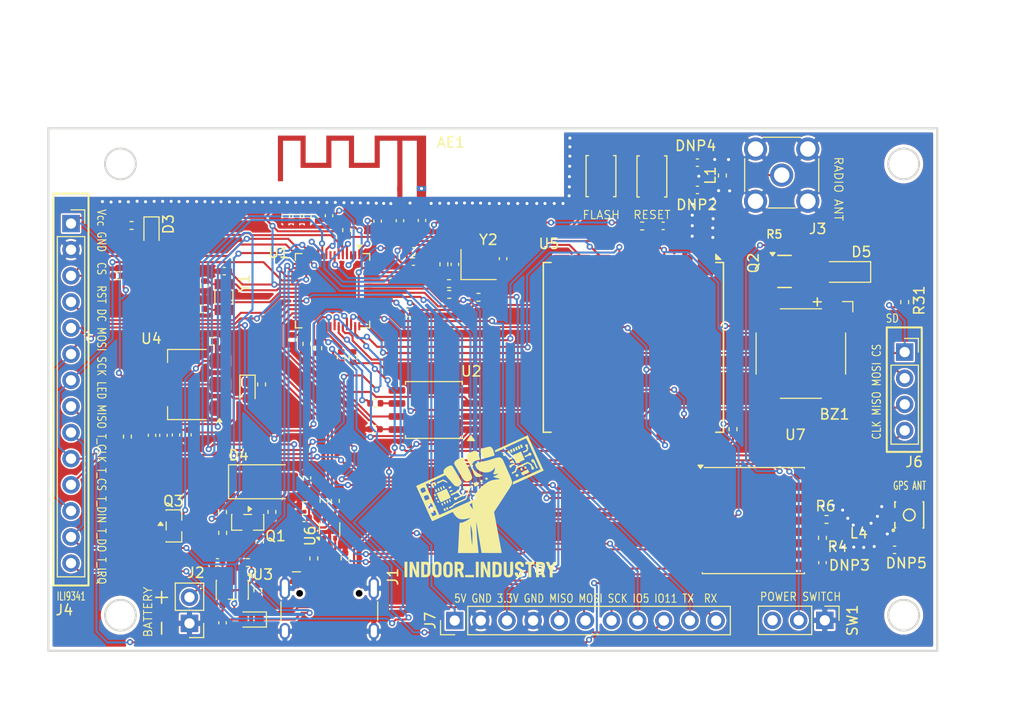
<source format=kicad_pcb>
(kicad_pcb (version 20241229) (generator "pcbnew") (generator_version "9.0")
  (layers (0 "F.Cu" signal) (2 "B.Cu" signal) (13 "F.Paste" user) (15 "B.Paste" user) (5 "F.SilkS" user "F.Silkscreen") (7 "B.SilkS" user "B.Silkscreen") (1 "F.Mask" user) (3 "B.Mask" user) (25 "Edge.Cuts" user))
  (net 0 "")
  (net 1 "GND")
  (net 2 "IO0")
  (net 3 "5V")
  (net 4 "EN")
  (net 5 "VDD_SPI")
  (net 6 "SPIQ")
  (net 7 "SPIWP")
  (net 8 "SPIHD")
  (net 9 "SPID")
  (net 10 "VSYS")
  (net 11 "Net-(J3-In)")
  (net 12 "Net-(D3-K)")
  (net 13 "VDD_CPU")
  (net 14 "Net-(J1-CC2)")
  (net 15 "Net-(J1-CC1)")
  (net 16 "Net-(C4-Pad1)")
  (net 17 "Net-(C14-Pad1)")
  (net 18 "XTAL32N")
  (net 19 "Net-(U1-LNA_IN)")
  (net 20 "Net-(U3-PROG)")
  (net 21 "Net-(C19-Pad1)")
  (net 22 "IO21")
  (net 23 "Net-(U3-STAT)")
  (net 24 "IO4{slash}BAT")
  (net 25 "Net-(U5-ANT)")
  (net 26 "MISOB")
  (net 27 "Net-(U1-XTAL_N)")
  (net 28 "Net-(U1-XTAL_P)")
  (net 29 "TX")
  (net 30 "IO9")
  (net 31 "Net-(U1-U0TXD)")
  (net 32 "Net-(U1-SPID)")
  (net 33 "Net-(U1-SPIQ)")
  (net 34 "Net-(U1-SPICLK)")
  (net 35 "Net-(U1-SPIWP)")
  (net 36 "XTAL32P")
  (net 37 "VBAT")
  (net 38 "SPICS0")
  (net 39 "MOSIB")
  (net 40 "SCKB")
  (net 41 "MISOA")
  (net 42 "SCKA")
  (net 44 "IO17")
  (net 45 "IO1")
  (net 46 "Net-(D1-K)")
  (net 47 "Net-(D2-K)")
  (net 48 "Net-(U1-SPIHD)")
  (net 49 "MOSIA")
  (net 50 "IO42")
  (net 51 "IO48")
  (net 52 "IO47")
  (net 53 "IO11")
  (net 54 "IO36")
  (net 55 "IO7")
  (net 56 "IO8")
  (net 57 "IO35")
  (net 58 "IO34")
  (net 60 "RX")
  (net 61 "IO40")
  (net 62 "IO45")
  (net 63 "IO37")
  (net 64 "IO2")
  (net 65 "IO46")
  (net 66 "IO5")
  (net 67 "IO33")
  (net 68 "SPISCK")
  (net 69 "Net-(AE1-FEED)")
  (net 70 "USB_D-")
  (net 71 "USB_D+")
  (net 72 "IO18")
  (net 75 "Net-(BZ1--)")
  (net 76 "Net-(Q2-B)")
  (net 78 "Net-(R3-Pad1)")
  (net 83 "Net-(J5-In)")
  (net 85 "Net-(U7-RF_IN)")
  (net 86 "Net-(L4-Pad1)")
  (net 87 "Net-(U7-VCC_RF)")
  (net 88 "IO10")
  (net 89 "VSYS_SW")
  (net 90 "Net-(Q3-G)")
  (net 92 "IO6")
  (net 93 "Net-(J1-D--PadA7)")
  (net 94 "Net-(J1-D+-PadA6)")
  (net 95 "Net-(R2-Pad1)")
  (net 96 "Net-(R18-Pad1)")
  (net 97 "Net-(J7-Pin_5)")
  (net 98 "Net-(J7-Pin_7)")
  (net 99 "Net-(J7-Pin_6)")
  (footprint "Capacitor_SMD:C_0402_1005Metric" (layer "F.Cu") (at 137.39 85.81)
    (property "Reference" "C39" (hide yes))
    (property "Value" "1uF")
  )
  (footprint "Connector_PinSocket_2.54mm:PinSocket_1x14_P2.54mm_Vertical" (layer "F.Cu") (at 104.1 83.1)
    (property "Reference" "J4")
    (property "Value" "Conn_01x14_Pin" (hide yes))
  )
  (footprint "Capacitor_SMD:C_0402_1005Metric" (layer "F.Cu") (at 141.4 87.07 90)
    (property "Reference" "C4" (hide yes))
    (property "Value" "12pF")
  )
  (footprint "PCM_JLCPCB:R_0402" (layer "F.Cu") (at 172.425 85.275)
    (property "Reference" "R5")
    (property "Value" "330Ω" (hide yes))
  )
  (footprint "Resistor_SMD:R_0402_1005Metric" (layer "F.Cu") (at 133.66 100.5775)
    (property "Reference" "R28" (hide yes))
    (property "Value" "0R")
  )
  (footprint "Capacitor_SMD:C_0402_1005Metric" (layer "F.Cu") (at 126.02 82.35 -90)
    (property "Reference" "C26" (hide yes))
    (property "Value" "1uF")
  )
  (footprint "Capacitor_SMD:C_0402_1005Metric" (layer "F.Cu") (at 117.69 94.5525 180)
    (property "Reference" "C7" (hide yes))
    (property "Value" "10uF")
  )
  (footprint "Resistor_SMD:R_0402_1005Metric" (layer "F.Cu") (at 185.1 90.74 -90)
    (property "Reference" "R31")
    (property "Value" "10K")
  )
  (footprint "Capacitor_SMD:C_0402_1005Metric" (layer "F.Cu") (at 125.62 94.41 -90)
    (property "Reference" "C13" (hide yes))
    (property "Value" "1uF")
  )
  (footprint "Resistor_SMD:R_0402_1005Metric" (layer "F.Cu") (at 130.88 83.74 -90)
    (property "Reference" "R21" (hide yes))
    (property "Value" "10K")
  )
  (footprint "Capacitor_SMD:C_0402_1005Metric" (layer "F.Cu") (at 136.74 91.78)
    (property "Reference" "C11" (hide yes))
    (property "Value" "0.1uF")
  )
  (footprint "Resistor_SMD:R_0402_1005Metric" (layer "F.Cu") (at 168.42 103.09 -90)
    (property "Reference" "R10" (hide yes))
    (property "Value" "10K")
  )
  (footprint "Resistor_SMD:R_0402_1005Metric" (layer "F.Cu") (at 128.68 110.06 90)
    (property "Reference" "R2" (hide yes))
    (property "Value" "33R")
  )
  (footprint "PCM_JLCPCB:SW_TS-1088-AR02016" (layer "F.Cu") (at 155.59 78.49 90)
    (property "Reference" "FLASH1" (hide yes))
    (property "Value" "Tactile Button, 160gf")
  )
  (footprint "LED_SMD:LED_0603_1608Metric" (layer "F.Cu") (at 121.25 99.325 -90)
    (property "Reference" "D2" (hide yes))
    (property "Value" "LED")
  )
  (footprint "Diode_SMD:D_SOD-123" (layer "F.Cu") (at 179.4325 87.8075 180)
    (property "Reference" "D5")
    (property "Value" "1N4148W")
  )
  (footprint "Resistor_SMD:R_0402_1005Metric" (layer "F.Cu") (at 123.62 111.14 90)
    (property "Reference" "R20" (hide yes))
    (property "Value" "100K")
  )
  (footprint "Resistor_SMD:R_0402_1005Metric" (layer "F.Cu") (at 122.255 118.755 -90)
    (property "Reference" "R1" (hide yes))
    (property "Value" "2K" (hide yes))
  )
  (footprint "Capacitor_SMD:C_0402_1005Metric" (layer "F.Cu") (at 146.08 86.52 -90)
    (property "Reference" "C33" (hide yes))
    (property "Value" "12pF")
  )
  (footprint "Resistor_SMD:R_0402_1005Metric" (layer "F.Cu") (at 129.78 110.07 90)
    (property "Reference" "R18" (hide yes))
    (property "Value" "33R")
  )
  (footprint "Capacitor_SMD:C_0402_1005Metric" (layer "F.Cu") (at 133.89 82.87 90)
    (property "Reference" "DNP1" (hide yes))
    (property "Value" "~")
  )
  (footprint "Capacitor_SMD:C_0402_1005Metric" (layer "F.Cu") (at 116.75 91.4 180)
    (property "Reference" "C37" (hide yes))
    (property "Value" "12pF")
  )
  (footprint "RF_GPS:Quectel_L70-R" (layer "F.Cu") (at 170.4 111.98)
    (property "Reference" "U7")
    (property "Value" "L70-R")
  )
  (footprint "RF_Module:Ai-Thinker-Ra-01-LoRa" (layer "F.Cu") (at 158.74 95.14 -90)
    (property "Reference" "U5")
    (property "Value" "Ai-Thinker-Ra-01")
  )
  (footprint "PCM_JLCPCB:R_0402" (layer "F.Cu") (at 177.24 107.6175 90)
    (property "Reference" "R3" (hide yes))
    (property "Value" "0Ω" (hide yes))
  )
  (footprint "PCM_JLCPCB:IPEX-SMD_BWIPX-1-001E" (layer "F.Cu") (at 184.785 111.43)
    (property "Reference" "J5" (hide yes))
    (property "Value" "U.FL")
  )
  (footprint "Resistor_SMD:R_0402_1005Metric" (layer "F.Cu") (at 108.7 88.17 180)
    (property "Reference" "R13" (hide yes))
    (property "Value" "10K")
  )
  (footprint "Resistor_SMD:R_0402_1005Metric" (layer "F.Cu") (at 167.39 78.43 90)
    (property "Reference" "L1")
    (property "Value" "0R")
  )
  (footprint "Resistor_SMD:R_0402_1005Metric" (layer "F.Cu") (at 140.85 89.99)
    (property "Reference" "R8" (hide yes))
    (property "Value" "10K")
  )
  (footprint "Connector_USB:USB_C_Receptacle_HCTL_HC-TYPE-C-16P-01A" (layer "F.Cu") (at 129.2 121.66)
    (property "Reference" "J1")
    (property "Value" "USB_C_Receptacle_USB2.0_14P" (hide yes))
  )
  (footprint "Capacitor_SMD:C_0402_1005Metric" (layer "F.Cu") (at 122.43 114.06 -90)
    (property "Reference" "C8" (hide yes))
    (property "Value" "10uF" (hide yes))
  )
  (footprint "Resistor_SMD:R_0402_1005Metric" (layer "F.Cu") (at 130.355 96.09 -90)
    (property "Reference" "R27" (hide yes))
    (property "Value" "0R")
  )
  (footprint "Resistor_SMD:R_0402_1005Metric" (layer "F.Cu") (at 177.51 111.87 180)
    (property "Reference" "R6")
    (property "Value" "0R")
  )
  (footprint "Resistor_SMD:R_0402_1005Metric" (layer "F.Cu") (at 140.33 87.06 90)
    (property "Reference" "R23" (hide yes))
    (property "Value" "0R")
  )
  (footprint "Connector_PinSocket_2.54mm:PinSocket_1x04_P2.54mm_Vertical" (layer "F.Cu") (at 185.1 95.6)
    (property "Reference" "J6")
    (property "Value" "Conn_01x04_Pin")
  )
  (footprint "Resistor_SMD:R_0402_1005Metric" (layer "F.Cu") (at 143.69 90.27)
    (property "Reference" "R24" (hide yes))
    (property "Value" "470R")
  )
  (footprint "Capacitor_SMD:C_0402_1005Metric" (layer "F.Cu") (at 113.08 103.6925 -90)
    (property "Reference" "C20" (hide yes))
    (property "Value" "10uF")
  )
  (footprint "Package_TO_SOT_SMD:SOT-666" (layer "F.Cu") (at 129.2225 112.84 90)
    (property "Reference" "U6")
    (property "Value" "USBLC6-2P6")
  )
  (footprint "Resistor_SMD:R_0402_1005Metric" (layer "F.Cu") (at 109.58 103.81 -90)
    (property "Reference" "R11" (hide yes))
    (property "Value" "10K")
  )
  (footprint "Diode_SMD:D_SMA" (layer "F.Cu") (at 122.915 108.205)
    (property "Reference" "D4")
    (property "Value" "SS14")
  )
  (footprint "Connector_PinHeader_2.54mm:PinHeader_1x11_P2.54mm_Vertical" (layer "F.Cu") (at 141.38 121.7 90)
    (property "Reference" "J7")
    (property "Value" "Conn_01x11_Pin")
  )
  (footprint "Resistor_SMD:R_0402_1005Metric" (layer "F.Cu") (at 140.82 88.94)
    (property "Reference" "R9" (hide yes))
    (property "Value" "10K")
  )
  (footprint "Package_TO_SOT_SMD:SOT-23" (layer "F.Cu") (at 121.265 112.1525 -90)
    (property "Reference" "Q1")
    (property "Value" "AO3401A" (hide yes))
  )
  (footprint "Capacitor_SMD:C_0402_1005Metric" (layer "F.Cu") (at 184.12 114.825)
    (property "Reference" "DNP5")
    (property "Value" "~")
  )
  (footprint "Connector_PinHeader_2.54mm:PinHeader_1x02_P2.54mm_Vertical" (layer "F.Cu") (at 115.61 121.975 180)
    (property "Reference" "J2")
    (property "Value" "Conn_01x02_Pin" (hide yes))
  )
  (footprint "Capacitor_SMD:C_0402_1005Metric" (layer "F.Cu") (at 118.3275 116.0425 180)
    (property "Reference" "C2" (hide yes))
    (property "Value" "10uF" (hide yes))
  )
  (footprint "Resistor_SMD:R_0402_1005Metric" (layer "F.Cu") (at 130.73 115.66 -90)
    (property "Reference" "R17" (hide yes))
    (property "Value" "5.1K")
  )
  (footprint "LED_SMD:LED_0603_1608Metric" (layer "F.Cu") (at 111.92 83.94 -90)
    (property "Reference" "D3")
    (property "Value" "LED")
  )
  (footprint "Resistor_SMD:R_0402_1005Metric" (layer "F.Cu") (at 118.825 111.15 90)
    (property "Reference" "R19" (hide yes))
    (property "Value" "200K")
  )
  (footprint "RF_Antenna:Texas_SWRA117D_2.4GHz_Left" (layer "F.Cu") (at 136.05 79.7)
    (property "Reference" "AE1")
    (property "Value" "Antenna")
  )
  (footprint "Capacitor_SMD:C_0402_1005Metric" (layer "F.Cu") (at 161.63 83.33)
    (property "Reference" "C15" (hide yes))
    (property "Value" "0.1uF")
  )
  (footprint "Capacitor_SMD:C_0402_1005Metric" (layer "F.Cu") (at 137.37 86.8)
    (property "Reference" "C40" (hide yes))
    (property "Value" "10nF")
  )
  (footprint "Capacitor_SMD:C_0402_1005Metric" (layer "F.Cu") (at 126.74 111.72 180)
    (property "Reference" "C16" (hide yes))
    (property "Value" "10uF")
  )
  (footprint "Capacitor_SMD:C_0402_1005Metric" (layer "F.Cu") (at 129.17 82.34 90)
    (property "Reference" "C19" (hide yes))
    (property "Value" "0.1uF")
  )
  (footprint "Capacitor_SMD:C_0402_1005Metric" (layer "F.Cu") (at 118.99 87.73 180)
    (property "Reference" "C10" (hide yes))
    (property "Value" "0.1uF")
  )
  (footprint "Connector_Coaxial:SMA_Molex_73251-2200_Horizontal" (layer "F.Cu") (at 173.15 78.39)
    (property "Reference" "J3")
    (property "Value" "Conn_Coaxial")
  )
  (footprint "Capacitor_SMD:C_0402_1005Metric" (layer "F.Cu") (at 177.11 116.07 -90)
    (property "Reference" "DNP3")
    (property "Value" "~")
  )
  (footprint "Resistor_SMD:R_0402_1005Metric" (layer "F.Cu") (at 131.505 96.09 -90)
    (property "Reference" "R26" (hide yes))
    (property "Value" "0R")
  )
  (footprint "Capacitor_SMD:C_0402_1005Metric" (layer "F.Cu") (at 118.82 121.92 -90)
    (property "Reference" "C1" (hide yes))
    (property "Value" "1uF")
  )
  (footprint "Inductor_SMD:L_0402_1005Metric" (layer "F.Cu") (at 134.97 82.84 90)
    (property "Reference" "L6" (hide yes))
    (property "Value" "4.7nH")
  )
  (footprint "Crystal:Crystal_SMD_2520-4Pin_2.5x2.0mm" (layer "F.Cu") (at 143.7 87.09)
    (property "Reference" "Y2")
    (property "Value" "40MHz(10ppm)")
  )
  (footprint "PCM_JLCPCB:R_0402" (layer "F.Cu") (at 150.907231 118.243827 180)
    (property "Reference" "R32" (hide yes))
    (property "Value" "10Ω" (hide yes))
  )
  (footprint "Resistor_SMD:R_0402_1005Metric" (layer "F.Cu") (at 128.07 95.22 -90)
    (property "Reference" "R29" (hide yes))
    (property "Value" "0R")
  )
  (footprint "Package_TO_SOT_SMD:SOT-223-3_TabPin2" (layer "F.Cu") (at 115.39 98.7525 180)
    (property "Reference" "U4")
    (property "Value" "AMS1117-3.3")
  )
  (footprint "Capacitor_SMD:C_0402_1005Metric" (layer "F.Cu") (at 133.63 103.1 180)
    (property "Reference" "C32" (hide yes))
    (property "Value" "0.1uF")
  )
  (footprint "LED_SMD:LED_0603_1608Metric" (layer "F.Cu") (at 121.6 121.6 180)
    (property "Reference" "D1" (hide yes))
    (property "Value" "LED")
  )
  (footprint "Resistor_SMD:R_0402_1005Metric" (layer "F.Cu") (at 118.835 113.18 90)
    (property "Reference" "R12" (hide yes))
    (property "Value" "200K")
  )
  (footprint "Capacitor_SMD:C_0402_1005Metric" (layer "F.Cu") (at 138.2 82.8 90)
    (property "Reference" "C14" (hide yes))
    (property "Value" "DNP")
  )
  (footprint "PCM_JLCPCB:R_0402" (layer "F.Cu") (at 153.44 118.24 180)
    (property "Reference" "R33" (hide yes))
    (property "Value" "10Ω" (hide yes))
  )
  (footprint "Capacitor_SMD:C_0402_1005Metric" (layer "F.Cu") (at 164.96 79.83 180)
    (property "Reference" "DNP2")
    (property "Value" "~")
  )
  (footprint "PCM_JLCPCB:R_0402" (layer "F.Cu") (at 111.6925 112.43 -90)
    (property "Reference" "R7" (hide yes))
    (property "Value" "100kΩ" (hide yes))
  )
  (footprint "Inductor_SMD:L_0402_1005Metric" (layer "F.Cu") (at 137.14 82.8 90)
    (property "Reference" "L5" (hide yes))
    (property "Value" "DNP")
  )
  (footprint "Capacitor_SMD:C_0402_1005Metric" (layer "F.Cu") (at 111.97 103.6925 -90)
    (property "Reference" "C3" (hide yes))
    (property "Value" "10uF")
  )
  (footprint "LOGO" (layer "F.Cu") (at 143.872411 111.970006)
    (property "Reference" "G***" (hide yes))
    (property "Value" "LOGO" (hide yes))
  )
  (footprint "Package_DFN_QFN:QFN-56-1EP_7x7mm_P0.4mm_EP4x4mm" (layer "F.Cu") (at 129.51 89.63 -90)
    (property "Reference" "U1")
    (property "Value" "ESP32-S3")
  )
  (footprint "Capacitor_SMD:C_0402_1005Metric" (layer "F.Cu") (at 114.3 103.6525 -90)
    (property "Reference" "C35" (hide yes))
    (property "Value" "0.1uF")
  )
  (footprint "Resistor_SMD:R_0402_1005Metric" (layer "F.Cu") (at 177.11 113.66 90)
    (property "Reference" "R4")
    (property "Value" "0R")
  )
  (footprint "Inductor_SMD:L_0402_1005Metric" (layer "F.Cu") (at 178.64 113.21 180)
    (property "Reference" "L4")
    (property "Value" "DNP")
  )
  (footprint "Package_TO_SOT_SMD:SOT-23-5" (layer "F.Cu") (at 119.7675 118.715 -90)
    (property "Reference" "U3")
    (property "Value" "TP4055" (hide yes))
  )
  (footprint "Capacitor_SMD:C_0402_1005Metric" (layer "F.Cu") (at 126.75 110.52 180)
    (property "Reference" "C6" (hide yes))
    (property "Value" "10uF")
  )
  (footprint "Resistor_SMD:R_0402_1005Metric" (layer "F.Cu") (at 122.62 98.74 -90)
    (property "Reference" "R16" (hide yes))
    (property "Value" "470R")
  )
  (footprint "Capacitor_SMD:C_0402_1005Metric" (layer "F.Cu") (at 164.96 77.18 180)
    (property "Reference" "DNP4")
    (property "Value" "~")
  )
  (footprint "Capacitor_SMD:C_0402_1005Metric" (layer "F.Cu") (at 124.97 82.35 -90)
    (property "Reference" "C25" (hide yes))
    (property "Value" "10uF")
  )
  (footprint "Capacitor_SMD:C_0402_1005Metric" (layer "F.Cu") (at 117.04 89.17 -90)
    (property "Reference" "C38" (hide yes))
    (property "Value" "12pF")
  )
  (footprint "Resistor_SMD:R_0402_1005Metric" (layer "F.Cu") (at 121.2875 116.0625)
    (property "Reference" "R15" (hide yes))
    (property "Value" "1K" (hide yes))
  )
  (footprint "PCM_JLCPCB:Q_SOT-23" (layer "F.Cu") (at 173.4225 87.7575)
    (property "Reference" "Q2")
    (property "Value" "S8050")
  )
  (footprint "PCM_JLCPCB:SW_TS-1088-AR02016" (layer "F.Cu") (at 160.54 78.52 90)
    (property "Reference" "RESET1" (hide yes))
    (property "Value" "Tactile Button, 160gf")
  )
  (footprint "PCM_JLCPCB:R_0402" (layer "F.Cu") (at 156.65 118.19 180)
    (property "Reference" "R34" (hide yes))
    (property "Value" "10Ω" (hide yes))
  )
  (footprint "Resistor_SMD:R_0402_1005Metric" (layer "F.Cu") (at 159.59 83.34 180)
    (property "Reference" "R22" (hide yes))
    (property "Value" "10K")
  )
  (footprint "Connector_PinHeader_2.54mm:PinHeader_1x03_P2.54mm_Vertical" (layer "F.Cu") (at 177.34 121.68 -90)
    (property "Reference" "SW1")
    (property "Value" "SW_Nidec_CAS-120A1")
  )
  (footprint "Buzzer_Beeper:MagneticBuzzer_CUI_CMT-8504-100-SMT" (layer "F.Cu") (at 175.01 95.74 -90)
    (property "Reference" "BZ1")
    (property "Value" "Buzzer")
  )
  (footprint "Capacitor_SMD:C_0402_1005Metric" (layer "F.Cu") (at 136.06 82.82 -90)
    (property "Reference" "C31" (hide yes))
    (property "Value" "15pF")
  )
  (footprint "Resistor_SMD:R_0402_1005Metric" (layer "F.Cu") (at 127.69 115.66 -90)
    (property "Reference" "R14" (hide yes))
    (property "Value" "5.1K")
  )
  (footprint "Resistor_SMD:R_0402_1005Metric" (layer "F.Cu") (at 109.98 83.2875 180)
    (property "Reference" "R25" (hide yes))
    (property "Value" "470R")
  )
  (footprint "Inductor_SMD:L_0402_1005Metric" (layer "F.Cu") (at 128.12 82.35 -90)
    (property "Reference" "L3" (hide yes))
    (property "Value" "2nH")
  )
  (footprint "Resistor_SMD:R_0402_1005Metric" (layer "F.Cu") (at 127.02 94.8 -90)
    (property "Reference" "R30" (hide yes))
    (property "Value" "0R")
  )
  (footprint "Package_TO_SOT_SMD:SOT-23" (layer "F.Cu") (at 114.1025 112.5)
    (property "Reference" "Q3")
    (property "Value" "AO3401A" (hide yes))
  )
  (footprint "Capacitor_SMD:C_0402_1005Metric" (layer "F.Cu") (at 127.07 82.35 -90)
    (property "Reference" "C18" (hide yes))
    (property "Value" "0.1uF")
  )
  (footprint "Capacitor_SMD:C_0402_1005Metric" (layer "F.Cu") (at 127.03 107.83 90)
    (property "Reference" "C22" (hide yes))
    (property "Value" "0.1uF")
  )
  (footprint "Package_SO:SOIC-8_5.3x5.3mm_P1.27mm" (layer "F.Cu") (at 139.36 101.2275 180)
    (property "Reference" "U2")
    (property "Value" "W25Q128JVS")
  )
  (footprint "Capacitor_SMD:C_0402_1005Metric" (layer "F.Cu") (at 115.41 103.6425 -90)
    (property "Reference" "C17" (hide yes))
    (property "Value" "10uF")
  )
  (footprint "Crystal:Crystal_SMD_3215-2Pin_3.2x1.5mm" (layer "F.Cu") (at 118.95 90.25 -90)
    (property "Reference" "Y1")
    (property "Value" "32.768 kHz")
  )
  (gr_rect (start 102.4 80.19) (end 105.8 118.29) (stroke (width 0.2)) (fill no) (layer "F.SilkS"))
  (gr_rect (start 183.36 93.2) (end 186.76 105.3) (stroke (width 0.2)) (fill no) (layer "F.SilkS"))
  (gr_circle (center 108.9 77.3) (end 110.4 77.3) (stroke (width 0.2)) (fill no) (layer "Edge.Cuts"))
  (gr_circle (center 185 77.3) (end 186.5 77.3) (stroke (width 0.2)) (fill no) (layer "Edge.Cuts"))
  (gr_circle (center 185 121.18) (end 186.5 121.18) (stroke (width 0.2)) (fill no) (layer "Edge.Cuts"))
  (gr_rect (start 101.9 73.84) (end 188.26 124.64) (stroke (width 0.2)) (fill no) (layer "Edge.Cuts"))
  (gr_circle (center 108.9 121.18) (end 110.4 121.18) (stroke (width 0.2)) (fill no) (layer "Edge.Cuts"))
  (gr_text "CLK MISO MOSI CS" (at 182.84 104.16 90) (layer "F.SilkS") (effects (font (size 0.8 0.65) (thickness 0.1)) (justify left bottom)))
  (gr_text "5V GND 3.3V GND MISO MOSI SCK IO5 IO11 TX  RX" (at 141.27 120.02 0) (layer "F.SilkS") (effects (font (size 0.8 0.65) (thickness 0.1)) (justify left bottom)))
  (gr_text "POWER SWITCH" (at 170.98 119.85 0) (layer "F.SilkS") (effects (font (size 0.8 0.7) (thickness 0.1)) (justify left bottom)))
  (gr_text "+ -" (at 112.14 118.42 270) (layer "F.SilkS") (effects (font (size 1.5 1.5)) (justify left bottom)))
  (gr_text "BATTERY" (at 112.05 123.39 90) (layer "F.SilkS") (effects (font (size 0.8 0.8) (thickness 0.1)) (justify left bottom)))
  (gr_text "Vcc GND  CS  RST DC MOSI SCK LED MISO T_CLK T_CS T_DIN T_DO T_IRQ" (at 106.59 81.65 270) (layer "F.SilkS") (effects (font (size 0.8 0.65) (thickness 0.1)) (justify left bottom)))
  (gr_text "GPS ANT" (at 183.92 109.06 0) (layer "F.SilkS") (effects (font (size 0.8 0.5) (thickness 0.1)) (justify left bottom)))
  (gr_text "SD" (at 183.2 92.79 0) (layer "F.SilkS") (effects (font (size 0.8 0.65) (thickness 0.1)) (justify left bottom)))
  (gr_text "ILI9341" (at 102.66 119.81 0) (layer "F.SilkS") (effects (font (size 0.8 0.5) (thickness 0.1)) (justify left bottom)))
  (gr_text "RESET" (at 158.67 82.72 0) (layer "F.SilkS") (effects (font (size 0.8 0.8) (thickness 0.1)) (justify left bottom)))
  (gr_text "RADIO ANT" (at 178.2 76.54 270) (layer "F.SilkS") (effects (font (size 0.8 0.8) (thickness 0.1)) (justify left bottom)))
  (gr_text "FLASH" (at 153.74 82.73 0) (layer "F.SilkS") (effects (font (size 0.8 0.8) (thickness 0.1)) (justify left bottom)))
  (segment (start 114.6 80.955) (end 114.59 80.965) (width 0.2) (layer "F.Cu") (net 1))
  (segment (start 114.57 80.945) (end 114.59 80.965) (width 0.2) (layer "F.Cu") (net 1))
  (segment (start 108.85 80.945) (end 108.84 80.955) (width 0.2) (layer "F.Cu") (net 1))
  (segment (start 138.15 79.7) (end 138.15 81.02) (width 0.9) (layer "F.Cu") (net 1))
  (segment (start 108.84 80.955) (end 108.84 80.965) (width 0.2) (layer "F.Cu") (net 1))
  (via (at 181 112.92) (size 0.6) (drill 0.3) (layers "F.Cu" "B.Cu") (net 1))
  (via (at 166.49 82.63) (size 0.6) (drill 0.3) (layers "F.Cu" "B.Cu") (net 1))
  (via (at 165.09 78.5) (size 0.6) (drill 0.3) (layers "F.Cu" "B.Cu") (net 1))
  (via (at 152.55 77.53) (size 0.6) (drill 0.3) (layers "F.Cu" "B.Cu") (net 1))
  (via (at 121.88 81.01) (size 0.6) (drill 0.3) (layers "F.Cu" "B.Cu") (net 1))
  (via (at 118.67 80.98) (size 0.6) (drill 0.3) (layers "F.Cu" "B.Cu") (net 1))
  (via (at 182.14 114.5) (size 0.6) (drill 0.3) (layers "F.Cu" "B.Cu") (net 1))
  (via (at 131.41 81.07) (size 0.6) (drill 0.3) (layers "F.Cu" "B.Cu") (net 1))
  (via (at 152.57 76.55) (size 0.6) (drill 0.3) (layers "F.Cu" "B.Cu") (net 1))
  (via (at 168.09 79.92) (size 0.6) (drill 0.3) (layers "F.Cu" "B.Cu") (net 1))
  (via (at 182.45 111.57) (size 0.6) (drill 0.3) (layers "F.Cu" "B.Cu") (net 1))
  (via (at 149.35 81.15) (size 0.6) (drill 0.3) (layers "F.Cu" "B.Cu") (net 1))
  (via (at 133.76 81.12) (size 0.6) (drill 0.3) (layers "F.Cu" "B.Cu") (net 1))
  (via (at 181.12 114.59) (size 0.6) (drill 0.3) (layers "F.Cu" "B.Cu") (net 1))
  (via (at 179.1 114.56) (size 0.6) (drill 0.3) (layers "F.Cu" "B.Cu") (net 1))
  (via (at 119.49 80.99) (size 0.6) (drill 0.3) (layers "F.Cu" "B.Cu") (net 1))
  (via (at 137.04 81.11) (size 0.6) (drill 0.3) (layers "F.Cu" "B.Cu") (net 1))
  (via (at 181.83 112.24) (size 0.6) (drill 0.3) (layers "F.Cu" "B.Cu") (net 1))
  (via (at 117.88 81.01) (size 0.6) (drill 0.3) (layers "F.Cu" "B.Cu") (net 1))
  (via (at 145.7 81.15) (size 0.6) (drill 0.3) (layers "F.Cu" "B.Cu") (net 1))
  (via (at 113 80.945) (size 0.6) (drill 0.3) (layers "F.Cu" "B.Cu") (net 1))
  (via (at 164.46 83.31) (size 0.6) (drill 0.3) (layers "F.Cu" "B.Cu") (net 1))
  (via (at 152.5 80.4) (size 0.6) (drill 0.3) (layers "F.Cu" "B.Cu") (net 1))
  (via (at 128.15 81.03) (size 0.6) (drill 0.3) (layers "F.Cu" "B.Cu") (net 1))
  (via (at 115.42 80.955) (size 0.6) (drill 0.3) (layers "F.Cu" "B.Cu") (net 1))
  (via (at 109.67 80.99) (size 0.6) (drill 0.3) (layers "F.Cu" "B.Cu") (net 1))
  (via (at 166.46 81.68) (size 0.6) (drill 0.3) (layers "F.Cu" "B.Cu") (net 1))
  (via (at 167.02 79.9) (size 0.6) (drill 0.3) (layers "F.Cu" "B.Cu") (net 1))
  (via (at 123.52 81.03) (size 0.6) (drill 0.3) (layers "F.Cu" "B.Cu") (net 1))
  (via (at 140.78 81.14) (size 0.6) (drill 0.3) (layers "F.Cu" "B.Cu") (net 1))
  (via (at 152.57 74.79) (size 0.6) (drill 0.3) (layers "F.Cu" "B.Cu") (net 1))
  (via (at 139.93 81.13) (size 0.6) (drill 0.3) (layers "F.Cu" "B.Cu") (net 1))
  (via (at 148.4 81.15) (size 0.6) (drill 0.3) (layers "F.Cu" "B.Cu") (net 1))
  (via (at 180.1 112.42) (size 0.6) (drill 0.3) (layers "F.Cu" "B.Cu") (net 1))
  (via (at 127.37 81.04) (size 0.6) (drill 0.3) (layers "F.Cu" "B.Cu") (net 1))
  (via (at 179.57 111.76) (size 0.6) (drill 0.3) (layers "F.Cu" "B.Cu") (net 1))
  (via (at 116.3 80.96) (size 0.6) (drill 0.3) (layers "F.Cu" "B.Cu") (net 1))
  (via (at 122.7 81.02) (size 0.6) (drill 0.3) (layers "F.Cu" "B.Cu") (net 1))
  (via (at 135.17 81.16) (size 0.6) (drill 0.3) (layers "F.Cu" "B.Cu") (net 1))
  (via (at 143.89 81.11) (size 0.6) (drill 0.3) (layers "F.Cu" "B.Cu") (net 1))
  (via (at 124.31 81.02) (size 0.6) (drill 0.3) (layers "F.Cu" "B.Cu") (net 1))
  (via (at 182.87 110.62) (size 0.6) (drill 0.3) (layers "F.Cu" "B.Cu") (net 1))
  (via (at 152.57 75.64) (size 0.6) (drill 0.3) (layers "F.Cu" "B.Cu") (net 1))
  (via (at 113.83 80.945) (size 0.6) (drill 0.3) (layers "F.Cu" "B.Cu") (net 1))
  (via (at 151.9 81.15) (size 0.6) (drill 0.3) (layers "F.Cu" "B.Cu") (net 1))
  (via (at 120.29 81.01) (size 0.6) (drill 0.3) (layers "F.Cu" "B.Cu") (net 1))
  (via (at 142.33 81.1) (size 0.6) (drill 0.3) (layers "F.Cu" "B.Cu") (net 1))
  (via (at 183.41 113.28) (size 0.6) (drill 0.3) (layers "F.Cu" "B.Cu") (net 1))
  (via (at 107.15 80.965) (size 0.6) (drill 0.3) (layers "F.Cu" "B.Cu") (net 1))
  (via (at 107.99 81.01) (size 0.6) (drill 0.3) (layers "F.Cu" "B.Cu") (net 1))
  (via (at 108.84 80.965) (size 0.6) (drill 0.3) (layers "F.Cu" "B.Cu") (net 1))
  (via (at 143.1 81.11) (size 0.6) (drill 0.3) (layers "F.Cu" "B.Cu") (net 1))
  (via (at 125.12 81.03) (size 0.6) (drill 0.3) (layers "F.Cu" "B.Cu") (net 1))
  (via (at 130.62 81.07) (size 0.6) (drill 0.3) (layers "F.Cu" "B.Cu") (net 1))
  (via (at 178.17 114.46) (size 0.6) (drill 0.3) (layers "F.Cu" "B.Cu") (net 1))
  (via (at 110.52 80.935) (size 0.6) (drill 0.3) (layers "F.Cu" "B.Cu") (net 1))
  (via (at 166.64 76.87) (size 0.6) (drill 0.3) (layers "F.Cu" "B.Cu") (net 1))
  (via (at 141.55 81.1) (size 0.6) (drill 0.3) (layers "F.Cu" "B.Cu") (net 1))
  (via (at 134.48 81.14) (size 0.6) (drill 0.3) (layers "F.Cu" "B.Cu") (net 1))
  (via (at 164.48 81.23) (size 0.6) (drill 0.3) (layers "F.Cu" "B.Cu") (net 1))
  (via (at 139.09 81.14) (size 0.6) (drill 0.3) (layers "F.Cu" "B.Cu") (net 1))
  (via (at 128.96 81.05) (size 0.6) (drill 0.3) (layers "F.Cu" "B.Cu") (net 1))
  (via (at 111.34 80.98) (size 0.6) (drill 0.3) (layers "F.Cu" "B.Cu") (net 1))
  (via (at 132.97 81.1) (size 0.6) (drill 0.3) (layers "F.Cu" "B.Cu") (net 1))
  (via (at 126.616926 81.034144) (size 0.6) (drill 0.3) (layers "F.Cu" "B.Cu") (net 1))
  (via (at 132.21 81.09) (size 0.6) (drill 0.3) (layers "F.Cu" "B.Cu") (net 1))
  (via (at 151.05 81.15) (size 0.6) (drill 0.3) (layers "F.Cu" "B.Cu") (net 1))
  (via (at 121.08 81) (size 0.6) (drill 0.3) (layers "F.Cu" "B.Cu") (net 1))
  (via (at 166.5 80.69) (size 0.6) (drill 0.3) (layers "F.Cu" "B.Cu") (net 1))
  (via (at 150.15 81.15) (size 0.6) (drill 0.3) (layers "F.Cu" "B.Cu") (net 1))
  (via (at 177.16 110.55) (size 0.6) (drill 0.3) (layers "F.Cu" "B.Cu") (net 1))
  (via (at 167.98 76.88) (size 0.6) (drill 0.3) (layers "F.Cu" "B.Cu") (net 1))
  (via (at 117.11 80.97) (size 0.6) (drill 0.3) (layers "F.Cu" "B.Cu") (net 1))
  (via (at 125.93 81.05) (size 0.6) (drill 0.3) (layers "F.Cu" "B.Cu") (net 1))
  (via (at 179.07 110.96) (size 0.6) (drill 0.3) (layers "F.Cu" "B.Cu") (net 1))
  (via (at 164.45 84.33) (size 0.6) (drill 0.3) (layers "F.Cu" "B.Cu") (net 1))
  (via (at 147.5 81.15) (size 0.6) (drill 0.3) (layers "F.Cu" "B.Cu") (net 1))
  (via (at 152.52 79.53) (size 0.6) (drill 0.3) (layers "F.Cu" "B.Cu") (net 1))
  (via (at 178.16 110.51) (size 0.6) (drill 0.3) (layers "F.Cu" "B.Cu") (net 1))
  (via (at 114.59 80.965) (size 0.6) (drill 0.3) (layers "F.Cu" "B.Cu") (net 1))
  (via (at 112.18 80.945) (size 0.6) (drill 0.3) (layers "F.Cu" "B.Cu") (net 1))
  (via (at 164.46 82.29) (size 0.6) (drill 0.3) (layers "F.Cu" "B.Cu") (net 1))
  (via (at 152.53 78.54) (size 0.6) (drill 0.3) (layers "F.Cu" "B.Cu") (net 1))
  (via (at 129.78 81.05) (size 0.6) (drill 0.3) (layers "F.Cu" "B.Cu") (net 1))
  (via (at 166.45 83.52) (size 0.6) (drill 0.3) (layers "F.Cu" "B.Cu") (net 1))
  (via (at 146.6 81.15) (size 0.6) (drill 0.3) (layers "F.Cu" "B.Cu") (net 1))
  (via (at 166.46 84.45) (size 0.6) (drill 0.3) (layers "F.Cu" "B.Cu") (net 1))
  (via (at 144.75 81.15) (size 0.6) (drill 0.3) (layers "F.Cu" "B.Cu") (net 1))
  (via (at 180.15 114.56) (size 0.6) (drill 0.3) (layers "F.Cu" "B.Cu") (net 1))
  (segment (start 130.4491 85.3967) (end 130.51 85.4576) (width 0.2) (layer "F.Cu") (net 2))
  (segment (start 130.4491 84.6809) (end 130.4491 85.3967) (width 0.2) (layer "F.Cu") (net 2))
  (segment (start 130.51 85.4576) (end 130.51 86.18) (width 0.2) (layer "F.Cu") (net 2))
  (segment (start 151.755 84.4) (end 131.03 84.4) (width 0.2) (layer "F.Cu") (net 2))
  (segment (start 130.88 84.25) (end 130.4491 84.6809) (width 0.2) (layer "F.Cu") (net 2))
  (segment (start 131.03 84.4) (end 130.88 84.25) (width 0.2) (layer "F.Cu") (net 2))
  (segment (start 155.59 80.565) (end 151.755 84.4) (width 0.2) (layer "F.Cu") (net 2))
  (segment (start 127.03 108.31) (end 127.03 109.42) (width 0.2) (layer "F.Cu") (net 3))
  (segment (start 122.8 110.63) (end 122.215 111.215) (width 0.2) (layer "F.Cu") (net 3))
  (segment (start 126.8034 113.9666) (end 128.118751 112.651249) (width 0.2) (layer "F.Cu") (net 3))
  (segment (start 120.8125 121.6) (end 118.98 121.6) (width 0.2) (layer "F.Cu") (net 3))
  (segment (start 126.8034 114.659099) (end 126.8034 113.9666) (width 0.2) (layer "F.Cu") (net 3))
  (segment (start 129.2225 112.239999) (end 129.2225 111.915) (width 0.2) (layer "F.Cu") (net 3))
  (segment (start 124.5708 114.963) (end 120.7936 118.7402) (width 0.2) (layer "F.Cu") (net 3))
  (segment (start 126.925 108.205) (end 127.03 108.31) (width 0.2) (layer "F.Cu") (net 3))
  (segment (start 124.915 108.205) (end 124.915 109.335) (width 0.2) (layer "F.Cu") (net 3))
  (segment (start 118.8175 119.8525) (end 118.82 119.855) (width 0.2) (layer "F.Cu") (net 3))
  (segment (start 127.26 110.49) (end 127.23 110.52) (width 0.2) (layer "F.Cu") (net 3))
  (segment (start 127.23 110.52) (end 127.23 111.71) (width 0.2) (layer "F.Cu") (net 3))
  (segment (start 120.7936 118.7402) (end 119.9298 118.7402) (width 0.2) (layer "F.Cu") (net 3))
  (segment (start 128.118751 112.651249) (end 128.811249 112.651249) (width 0.2) (layer "F.Cu") (net 3))
  (segment (start 123.62 110.63) (end 122.8 110.63) (width 0.2) (layer "F.Cu") (net 3))
  (segment (start 124.915 108.205) (end 126.925 108.205) (width 0.2) (layer "F.Cu") (net 3))
  (segment (start 133.172 113.2) (end 131.6 114.772) (width 0.2) (layer "F.Cu") (net 3))
  (segment (start 118.82 119.855) (end 118.82 121.44) (width 0.2) (layer "F.Cu") (net 3))
  (segment (start 119.9298 118.7402) (end 118.8175 119.8525) (width 0.2) (layer "F.Cu") (net 3))
  (segment (start 131.6 114.772) (end 131.6 117.915) (width 0.2) (layer "F.Cu") (net 3))
  (segment (start 127.26 109.65) (end 127.26 110.49) (width 0.2) (layer "F.Cu") (net 3))
  (segment (start 126.803 114.963) (end 124.5708 114.963) (width 0.2) (layer "F.Cu") (net 3))
  (segment (start 128.151249 112.651249) (end 128.811249 112.651249) (width 0.2) (layer "F.Cu") (net 3))
  (segment (start 128.811249 112.651249) (end 129.2225 112.239999) (width 0.2) (layer "F.Cu") (net 3))
  (segment (start 127.03 109.42) (end 127.26 109.65) (width 0.2) (layer "F.Cu") (net 3))
  (segment (start 127.22 111.72) (end 128.151249 112.651249) (width 0.2) (layer "F.Cu") (net 3))
  (segment (start 137.6924 113.2) (end 133.172 113.2) (width 0.2) (layer "F.Cu") (net 3))
  (segment (start 118.98 121.6) (end 118.82 121.44) (width 0.2) (layer "F.Cu") (net 3))
  (segment (start 126.8034 117.9116) (end 126.8034 114.659099) (width 0.2) (layer "F.Cu") (net 3))
  (segment (start 124.915 109.335) (end 123.62 110.63) (width 0.2) (layer "F.Cu") (net 3))
  (via (at 137.6924 113.2) (size 0.6) (drill 0.3) (layers "F.Cu" "B.Cu") (net 3))
  (segment (start 139.1113 118.3272) (end 141.38 120.5959) (width 0.2) (layer "B.Cu") (net 3))
  (segment (start 137.6924 113.2) (end 137.913048 113.2) (width 0.2) (layer "B.Cu") (net 3))
  (segment (start 141.38 120.5959) (end 141.38 121.7) (width 0.2) (layer "B.Cu") (net 3))
  (segment (start 137.913048 113.2) (end 139.1113 114.398252) (width 0.2) (layer "B.Cu") (net 3))
  (segment (start 139.1113 114.398252) (end 139.1113 118.3272) (width 0.2) (layer "B.Cu") (net 3))
  (segment (start 158.135 83) (end 160.54 80.595) (width 0.2) (layer "F.Cu") (net 4))
  (segment (start 161.14 83.34) (end 161.15 83.33) (width 0.2) (layer "F.Cu") (net 4))
  (segment (start 161.15 81.205) (end 160.54 80.595) (width 0.2) (layer "F.Cu") (net 4))
  (segment (start 139.59 83) (end 139.37 83.22) (width 0.2) (layer "F.Cu") (net 4))
  (segment (start 131.0049 85.08) (end 131.0049 85.1656) (width 0.2) (layer "F.Cu") (net 4))
  (segment (start 156.64 83) (end 158.135 83) (width 0.2) (layer "F.Cu") (net 4))
  (segment (start 160.1 83.34) (end 161.14 83.34) (width 0.2) (layer "F.Cu") (net 4))
  (segment (start 150.74 83) (end 139.59 83) (width 0.2) (layer "F.Cu") (net 4))
  (segment (start 130.91 85.2605) (end 130.91 86.18) (width 0.2) (layer "F.Cu") (net 4))
  (segment (start 161.15 83.33) (end 161.15 81.205) (width 0.2) (layer "F.Cu") (net 4))
  (segment (start 131.0049 85.1656) (end 130.91 85.2605) (width 0.2) (layer "F.Cu") (net 4))
  (via (at 156.64 83) (size 0.6) (drill 0.3) (layers "F.Cu" "B.Cu") (net 4))
  (via (at 139.37 83.22) (size 0.6) (drill 0.3) (layers "F.Cu" "B.Cu") (net 4))
  (via (at 131.0049 85.08) (size 0.6) (drill 0.3) (layers "F.Cu" "B.Cu") (net 4))
  (via (at 150.74 83) (size 0.6) (drill 0.3) (layers "F.Cu" "B.Cu") (net 4))
  (segment (start 130.9176 85.1673) (end 130.8697 85.1673) (width 0.2) (layer "B.Cu") (net 4))
  (segment (start 139.2979 83.2921) (end 139.37 83.22) (width 0.2) (layer "B.Cu") (net 4))
  (segment (start 130.8697 85.1673) (end 129.1819 86.8551) (width 0.2) (layer "B.Cu") (net 4))
  (segment (start 129.1819 87.4165) (end 130.5205 88.7551) (width 0.2) (layer "B.Cu") (net 4))
  (segment (start 150.74 83) (end 156.64 83) (width 0.2) (layer "B.Cu") (net 4))
  (segment (start 139.2979 83.9924) (end 139.2979 83.2921) (width 0.2) (layer "B.Cu") (net 4))
  (segment (start 130.5205 88.7551) (end 134.5352 88.7551) (width 0.2) (layer "B.Cu") (net 4))
  (segment (start 129.1819 86.8551) (end 129.1819 87.4165) (width 0.2) (layer "B.Cu") (net 4))
  (segment (start 131.0049 85.08) (end 130.9176 85.1673) (width 0.2) (layer "B.Cu") (net 4))
  (segment (start 134.5352 88.7551) (end 139.2979 83.9924) (width 0.2) (layer "B.Cu") (net 4))
  (segment (start 126.2384 93.93) (end 126.2384 93.7516) (width 0.2) (layer "F.Cu") (net 5))
  (segment (start 126.4466 95.4966) (end 126.2384 95.2884) (width 0.2) (layer "F.Cu") (net 5))
  (segment (start 126.6666 95.829622) (end 126.4466 95.609622) (width 0.2) (layer "F.Cu") (net 5))
  (segment (start 133.045816 102.2159) (end 133.2259 102.2159) (width 0.2) (layer "F.Cu") (net 5))
  (segment (start 133.2259 102.2159) (end 134.11 103.1) (width 0.2) (layer "F.Cu") (net 5))
  (segment (start 126.6666 95.836683) (end 126.6666 95.829622) (width 0.2) (layer "F.Cu") (net 5))
  (segment (start 126.2384 95.2884) (end 126.2384 93.93) (width 0.2) (layer "F.Cu") (net 5))
  (segment (start 135.745 103.16) (end 135.7725 103.1325) (width 0.2) (layer "F.Cu") (net 5))
  (segment (start 126.4466 95.609622) (end 126.4466 95.4966) (width 0.2) (layer "F.Cu") (net 5))
  (segment (start 126.2384 93.7516) (end 126.91 93.08) (width 0.2) (layer "F.Cu") (net 5))
  (segment (start 134.11 103.1) (end 135.74 103.1) (width 0.2) (layer "F.Cu") (net 5))
  (segment (start 125.62 93.93) (end 126.2384 93.93) (width 0.2) (layer "F.Cu") (net 5))
  (segment (start 133.045816 102.2159) (end 126.6666 95.836683) (width 0.2) (layer "F.Cu") (net 5))
  (segment (start 135.74 103.1) (end 135.7725 103.1325) (width 0.2) (layer "F.Cu") (net 5))
  (segment (start 133.516835 103.7668) (end 136.6416 103.7668) (width 0.2) (layer "F.Cu") (net 6))
  (segment (start 129.464412 95.299356) (end 129.56 95.394944) (width 0.2) (layer "F.Cu") (net 6))
  (segment (start 133.433768 103.849867) (end 133.516835 103.7668) (width 0.2) (layer "F.Cu") (net 6))
  (segment (start 133.19 103.8624) (end 133.202533 103.849867) (width 0.2) (layer "F.Cu") (net 6))
  (segment (start 129.56 95.805) (end 130.355 96.6) (width 0.2) (layer "F.Cu") (net 6))
  (segment (start 138.5459 101.8625) (end 142.9475 101.8625) (width 0.2) (layer "F.Cu") (net 6))
  (segment (start 129.56 95.394944) (end 129.56 95.805) (width 0.2) (layer "F.Cu") (net 6))
  (segment (start 136.6416 103.7668) (end 138.5459 101.8625) (width 0.2) (layer "F.Cu") (net 6))
  (segment (start 133.202533 103.849867) (end 133.433768 103.849867) (width 0.2) (layer "F.Cu") (net 6))
  (via (at 129.464412 95.299356) (size 0.6) (drill 0.3) (layers "F.Cu" "B.Cu") (net 6))
  (via (at 133.19 103.8624) (size 0.6) (drill 0.3) (layers "F.Cu" "B.Cu") (net 6))
  (segment (start 132.883017 103.84424) (end 132.901177 103.8624) (width 0.2) (layer "B.Cu") (net 6))
  (segment (start 132.66424 103.84424) (end 132.883017 103.84424) (width 0.2) (layer "B.Cu") (net 6))
  (segment (start 130.676316 96.2061) (end 131.8366 97.366384) (width 0.2) (layer "B.Cu") (net 6))
  (segment (start 131.8366 103.0166) (end 132.66424 103.84424) (width 0.2) (layer "B.Cu") (net 6))
  (segment (start 131.8366 97.366384) (end 131.8366 103.0166) (width 0.2) (layer "B.Cu") (net 6))
  (segment (start 129.464412 95.299356) (end 130.371156 96.2061) (width 0.2) (layer "B.Cu") (net 6))
  (segment (start 132.901177 103.8624) (end 133.19 103.8624) (width 0.2) (layer "B.Cu") (net 6))
  (segment (start 130.371156 96.2061) (end 130.676316 96.2061) (width 0.2) (layer "B.Cu") (net 6))
  (segment (start 133.2367 99.4755) (end 133.7187 99.9575) (width 0.2) (layer "F.Cu") (net 7))
  (segment (start 142.3125 99.9575) (end 142.9475 100.5925) (width 0.2) (layer "F.Cu") (net 7))
  (segment (start 131.304984 99.4755) (end 133.2367 99.4755) (width 0.2) (layer "F.Cu") (net 7))
  (segment (start 128.07 95.73) (end 128.07 96.240516) (width 0.2) (layer "F.Cu") (net 7))
  (segment (start 133.7187 99.9575) (end 142.3125 99.9575) (width 0.2) (layer "F.Cu") (net 7))
  (segment (start 128.07 96.240516) (end 131.304984 99.4755) (width 0.2) (layer "F.Cu") (net 7))
  (segment (start 133.1922 101.8625) (end 135.7725 101.8625) (width 0.2) (layer "F.Cu") (net 8))
  (segment (start 127.02 95.6903) (end 133.1922 101.8625) (width 0.2) (layer "F.Cu") (net 8))
  (segment (start 127.02 95.31) (end 127.02 95.6903) (width 0.2) (layer "F.Cu") (net 8))
  (segment (start 131.585 96.68) (end 131.505 96.6) (width 0.2) (layer "F.Cu") (net 9))
  (segment (start 133.99 96.68) (end 131.585 96.68) (width 0.2) (layer "F.Cu") (net 9))
  (segment (start 135.7725 99.3225) (end 135.7725 98.4625) (width 0.2) (layer "F.Cu") (net 9))
  (segment (start 135.7725 98.4625) (end 133.99 96.68) (width 0.2) (layer "F.Cu") (net 9))
  (segment (start 119.41 106.88) (end 120.0684 107.5384) (width 0.2) (layer "F.Cu") (net 10))
  (segment (start 120.315 108.805) (end 120.315 111.215) (width 0.2) (layer "F.Cu") (net 10))
  (segment (start 112.2125 113.45) (end 113.165 113.45) (width 0.2) (layer "F.Cu") (net 10))
  (segment (start 113.165 113.45) (end 115.421 113.45) (width 0.2) (layer "F.Cu") (net 10))
  (segment (start 111.6925 112.93) (end 112.2125 113.45) (width 0.2) (layer "F.Cu") (net 10))
  (segment (start 116.13 109.24) (end 118.49 106.88) (width 0.2) (layer "F.Cu") (net 10))
  (segment (start 115.421 113.45) (end 116.13 112.741) (width 0.2) (layer "F.Cu") (net 10))
  (segment (start 120.0684 107.5384) (end 120.0684 107.7316) (width 0.2) (layer "F.Cu") (net 10))
  (segment (start 116.13 112.741) (end 116.13 109.24) (width 0.2) (layer "F.Cu") (net 10))
  (segment (start 120.915 108.205) (end 120.315 108.805) (width 0.2) (layer "F.Cu") (net 10))
  (segment (start 118.49 106.88) (end 119.41 106.88) (width 0.2) (layer "F.Cu") (net 10))
  (segment (start 173.15 78.39) (end 167.86 78.39) (width 0.2) (layer "F.Cu") (net 11))
  (segment (start 167.39 77.92) (end 167.86 78.39) (width 0.2) (layer "F.Cu") (net 11))
  (segment (start 166.18 77.92) (end 165.44 77.18) (width 0.2) (layer "F.Cu") (net 11))
  (segment (start 167.39 77.92) (end 166.18 77.92) (width 0.2) (layer "F.Cu") (net 11))
  (segment (start 111.785 83.2875) (end 111.92 83.1525) (width 0.2) (layer "F.Cu") (net 12))
  (segment (start 110.49 83.2875) (end 111.785 83.2875) (width 0.2) (layer "F.Cu") (net 12))
  (segment (start 111.462118 82.4616) (end 111.373718 82.55) (width 0.2) (layer "F.Cu") (net 13))
  (segment (start 159.226978 83.34) (end 159.08 83.34) (width 0.2) (layer "F.Cu") (net 13))
  (segment (start 113.12 103.1725) (end 113.08 103.2125) (width 0.2) (layer "F.Cu") (net 13))
  (segment (start 136.2 86.91) (end 136.7 86.91) (width 0.2) (layer "F.Cu") (net 13))
  (segment (start 123.8527 89.03) (end 126.06 89.03) (width 0.2) (layer "F.Cu") (net 13))
  (segment (start 164.3389 114.5613) (end 165.0576 115.28) (width 0.2) (layer "F.Cu") (net 13))
  (segment (start 120.77 89.03) (end 123.8527 89.03) (width 0.2) (layer "F.Cu") (net 13))
  (segment (start 118.5958 103.4177) (end 119.9 102.1135) (width 0.2) (layer "F.Cu") (net 13))
  (segment (start 109.21 88.17) (end 109.21 89.355) (width 0.2) (layer "F.Cu") (net 13))
  (segment (start 132.4652 87.43) (end 132.96 87.43) (width 0.2) (layer "F.Cu") (net 13))
  (segment (start 161.72 85.65) (end 161.536978 85.65) (width 0.2) (layer "F.Cu") (net 13))
  (segment (start 150.5269 114.7791) (end 164.1211 114.7791) (width 0.2) (layer "F.Cu") (net 13))
  (segment (start 123.6769 83.3278) (end 124.1991 83.85) (width 0.2) (layer "F.Cu") (net 13))
  (segment (start 175.5018 93.7441) (end 177.0059 92.24) (width 0.2) (layer "F.Cu") (net 13))
  (segment (start 165.55 113.08) (end 165.1013 113.08) (width 0.2) (layer "F.Cu") (net 13))
  (segment (start 124.97 81.87) (end 123.61 81.87) (width 0.2) (layer "F.Cu") (net 13))
  (segment (start 123.6769 83.3278) (end 123.6769 83.3269) (width 0.2) (layer "F.Cu") (net 13))
  (segment (start 112.24 98.7525) (end 109.8762 98.7525) (width 0.2) (layer "F.Cu") (net 13))
  (segment (start 115.41 103.1625) (end 115.6652 103.4177) (width 0.2) (layer "F.Cu") (net 13))
  (segment (start 115.41 103.1625) (end 114.31 103.1625) (width 0.2) (layer "F.Cu") (net 13))
  (segment (start 111.8825 103.3) (end 111.97 103.2125) (width 0.2) (layer "F.Cu") (net 13))
  (segment (start 113.08 103.2125) (end 111.97 103.2125) (width 0.2) (layer "F.Cu") (net 13))
  (segment (start 179.2621 92.24) (end 180.0141 92.24) (width 0.2) (layer "F.Cu") (net 13))
  (segment (start 114.31 103.1625) (end 114.3 103.1725) (width 0.2) (layer "F.Cu") (net 13))
  (segment (start 121.25 100.1125) (end 119.9 100.1125) (width 0.2) (layer "F.Cu") (net 13))
  (segment (start 177.0059 92.24) (end 178.51 92.24) (width 0.2) (layer "F.Cu") (net 13))
  (segment (start 132.96 87.03) (end 132.96 87.43) (width 0.2) (layer "F.Cu") (net 13))
  (segment (start 119.9 102.1135) (end 119.9 100.1125) (width 0.2) (layer "F.Cu") (net 13))
  (segment (start 131.9897 83.76) (end 131.6982 83.4685) (width 0.2) (layer "F.Cu") (net 13))
  (segment (start 132.96 91.03) (end 135.1725 91.03) (width 0.2) (layer "F.Cu") (net 13))
  (segment (start 167.5 102.58) (end 168.42 102.58) (width 0.2) (layer "F.Cu") (net 13))
  (segment (start 130.26 83.85) (end 130.88 83.23) (width 0.2) (layer "F.Cu") (net 13))
  (segment (start 182.6775 87.8075) (end 185.1 90.23) (width 0.2) (layer "F.Cu") (net 13))
  (segment (start 168.9603 111.24) (end 167.1203 113.08) (width 0.2) (layer "F.Cu") (net 13))
  (segment (start 123.8527 89.03) (end 123.8527 89.035) (width 0.2) (layer "F.Cu") (net 13))
  (segment (start 134.18 85.5) (end 134.797374 85.5) (width 0.2) (layer "F.Cu") (net 13))
  (segment (start 135.8366 84.8034) (end 157.6166 84.8034) (width 0.2) (layer "F.Cu") (net 13))
  (segment (start 128.115 81.87) (end 128.12 81.865) (width 0.2) (layer "F.Cu") (net 13))
  (segment (start 123.6769 83.3269) (end 122.9 82.55) (width 0.2) (layer "F.Cu") (net 13))
  (segment (start 126.02 81.87) (end 127.07 81.87) (width 0.2) (layer "F.Cu") (net 13))
  (segment (start 132.14 83.76) (end 131.9897 83.76) (width 0.2) (layer "F.Cu") (net 13))
  (segment (start 136.72 86.93) (end 136.72 85.93) (width 0.2) (layer "F.Cu") (net 13))
  (segment (start 109.8762 98.7525) (end 108.753 97.6293) (width 0.2) (layer "F.Cu") (net 13))
  (segment (start 109.425 89.57) (end 109.425 89.495) (width 0.2) (layer "F.Cu") (net 13))
  (segment (start 119.9 100.1125) (end 118.54 98.7525) (width 0.2) (layer "F.Cu") (net 13))
  (segment (start 124.1991 83.85) (end 130.26 83.85) (width 0.2) (layer "F.Cu") (net 13))
  (segment (start 104.65 82.55) (end 104.1 83.1) (width 0.2) (layer "F.Cu") (net 13))
  (segment (start 164.3389 113.8424) (end 164.3389 114.5613) (width 0.2) (layer "F.Cu") (net 13))
  (segment (start 135.57975 86.282376) (end 135.57975 86.28975) (width 0.2) (layer "F.Cu") (net 13))
  (segment (start 135.57975 86.28975) (end 136.2 86.91) (width 0.2) (layer "F.Cu") (net 13))
  (segment (start 169.3664 93.7441) (end 175.5018 93.7441) (width 0.2) (layer "F.Cu") (net 13))
  (segment (start 109.58 103.3) (end 111.8825 103.3) (width 0.2) (layer "F.Cu") (net 13))
  (segment (start 135.14 85.5) (end 135.8366 84.8034) (width 0.2) (layer "F.Cu") (net 13))
  (segment (start 115.6652 103.4177) (end 118.5958 103.4177) (width 0.2) (layer "F.Cu") (net 13))
  (segment (start 148.066 117.24) (end 150.5269 114.7791) (width 0.2) (layer "F.Cu") (net 13))
  (segment (start 131.1185 83.4685) (end 130.88 83.23) (width 0.2) (layer "F.Cu") (net 13))
  (segment (start 167.66 93.06) (end 168.6823 93.06) (width 0.2) (layer "F.Cu") (net 13))
  (segment (start 124.97 81.87) (end 126.02 81.87) (width 0.2) (layer "F.Cu") (net 13))
  (segment (start 122.93 82.55) (end 112.466282 82.55) (width 0.2) (layer "F.Cu") (net 13))
  (segment (start 161.74 87.14) (end 161.74 85.67) (width 0.2) (layer "F.Cu") (net 13))
  (segment (start 127.07 81.87) (end 128.115 81.87) (width 0.2) (layer "F.Cu") (net 13))
  (segment (start 165.1013 113.08) (end 164.3389 113.8424) (width 0.2) (layer "F.Cu") (net 13))
  (segment (start 182.0241 90.23) (end 180.0141 92.24) (width 0.2) (layer "F.Cu") (net 13))
  (segment (start 114.3 103.1725) (end 113.12 103.1725) (width 0.2) (layer "F.Cu") (net 13))
  (segment (start 185.1 90.23) (end 182.0241 90.23) (width 0.2) (layer "F.Cu") (net 13))
  (segment (start 164.1211 114.7791) (end 164.3389 114.5613) (width 0.2) (layer "F.Cu") (net 13))
  (segment (start 161.536978 85.65) (end 159.226978 83.34) (width 0.2) (layer "F.Cu") (net 13))
  (segment (start 134.18 85.5) (end 135.14 85.5) (width 0.2) (layer "F.Cu") (net 13))
  (segment (start 161.74 85.67) (end 161.72 85.65) (width 0.2) (layer "F.Cu") (net 13))
  (segment (start 112.377882 82.4616) (end 111.462118 82.4616) (width 0.2) (layer "F.Cu") (net 13))
  (segment (start 112.466282 82.55) (end 112.377882 82.4616) (width 0.2) (layer "F.Cu") (net 13))
  (segment (start 179.2621 92.24) (end 178.51 92.24) (width 0.2) (layer "F.Cu") (net 13))
  (segment (start 132.0496 87.8486) (end 132.0496 87.8456) (width 0.2) (layer "F.Cu") (net 13))
  (segment (start 134.797374 85.5) (end 135.57975 86.282376) (width 0.2) (layer "F.Cu") (net 13))
  (segment (start 168.6823 93.06) (end 169.3664 93.7441) (width 0.2) (layer "F.Cu") (net 13))
  (segment (start 165.0576 115.28) (end 165.55 115.28) (width 0.2) (layer "F.Cu") (net 13))
  (segment (start 132.4799 91.03) (end 132.96 91.03) (width 0.2) (layer "F.Cu") (net 13))
  (segment (start 167.1203 113.08) (end 165.55 113.08) (width 0.2) (layer "F.Cu") (net 13))
  (segment (start 132.0496 87.8456) (end 132.4652 87.43) (width 0.2) (layer "F.Cu") (net 13))
  (segment (start 135.9225 91.78) (end 136.26 91.78) (width 0.2) (layer "F.Cu") (net 13))
  (segment (start 131.6982 83.4685) (end 131.1185 83.4685) (width 0.2) (layer "F.Cu") (net 13))
  (segment (start 109.21 89.355) (end 109.425 89.57) (width 0.2) (layer "F.Cu") (net 13))
  (segment (start 132.0496 87.8456) (end 132.0496 90.5997) (width 0.2) (layer "F.Cu") (net 13))
  (segment (start 132.0496 90.5997) (end 132.4799 91.03) (width 0.2) (layer "F.Cu") (net 13))
  (segment (start 136.7 86.91) (end 136.72 86.93) (width 0.2) (layer "F.Cu") (net 13))
  (segment (start 111.373718 82.55) (end 104.65 82.55) (width 0.2) (layer "F.Cu") (net 13))
  (segment (start 123.61 81.87) (end 122.93 82.55) (width 0.2) (layer "F.Cu") (net 13))
  (segment (start 135.1725 91.03) (end 135.9225 91.78) (width 0.2) (layer "F.Cu") (net 13))
  (segment (start 119.47 87.73) (end 120.77 89.03) (width 0.2) (layer "F.Cu") (net 13))
  (segment (start 181.0825 87.8075) (end 182.6775 87.8075) (width 0.2) (layer "F.Cu") (net 13))
  (segment (start 118.54 98.7525) (end 112.24 98.7525) (width 0.2) (layer "F.Cu") (net 13))
  (segment (start 157.6166 84.8034) (end 159.08 83.34) (width 0.2) (layer "F.Cu") (net 13))
  (via (at 134.18 85.5) (size 0.6) (drill 0.3) (layers "F.Cu" "B.Cu") (net 13))
  (via (at 123.6769 83.3278) (size 0.6) (drill 0.3) (layers "F.Cu" "B.Cu") (net 13))
  (via (at 148.066 117.24) (size 0.6) (drill 0.3) (layers "F.Cu" "B.Cu") (net 13))
  (via (at 132.14 83.76) (size 0.6) (drill 0.3) (layers "F.Cu" "B.Cu") (net 13))
  (via (at 167.66 93.06) (size 0.6) (drill 0.3) (layers "F.Cu" "B.Cu") (net 13))
  (via (at 161.72 85.65) (size 0.6) (drill 0.3) (layers "F.Cu" "B.Cu") (net 13))
  (via (at 168.9603 111.24) (size 0.6) (drill 0.3) (layers "F.Cu" "B.Cu") (net 13))
  (via (at 123.8527 89.035) (size 0.6) (drill 0.3) (layers "F.Cu" "B.Cu") (net 13))
  (via (at 108.753 97.6293) (size 0.6) (drill 0.3) (layers "F.Cu" "B.Cu") (net 13))
  (via (at 132.0496 87.8486) (size 0.6) (drill 0.3) (layers "F.Cu" "B.Cu") (net 13))
  (via (at 167.5 102.58) (size 0.6) (drill 0.3) (layers "F.Cu" "B.Cu") (net 13))
  (via (at 109.425 89.57) (size 0.6) (drill 0.3) (layers "F.Cu" "B.Cu") (net 13))
  (segment (start 133.5789 85.5) (end 132.3402 86.7387) (width 0.2) (layer "B.Cu") (net 13))
  (segment (start 105.158626 83.1) (end 104.1 83.1) (width 0.2) (layer "B.Cu") (net 13))
  (segment (start 167.5 102.58) (end 167.51 102.57) (width 0.2) (layer "B.Cu") (net 13))
  (segment (start 109.425 89.57) (end 109.425 90.045) (width 0.2) (layer "B.Cu") (net 13))
  (segment (start 161.72 85.65) (end 161.9559 85.8859) (width 0.2) (layer "B.Cu") (net 13))
  (segment (start 132.3402 86.7387) (end 132.3402 85.4485) (width 0.2) (layer "B.Cu") (net 13))
  (segment (start 164.0197 85.8859) (end 166.9789 88.8451) (width 0.2) (layer "B.Cu") (net 13))
  (segment (start 167.44 93.06) (end 167.26 93.24) (width 0.2) (layer "B.Cu") (net 13))
  (segment (start 108.84 86.781374) (end 105.158626 83.1) (width 0.2) (layer "B.Cu") (net 13))
  (segment (start 167.66 93.06) (end 167.44 93.06) (width 0.2) (layer "B.Cu") (net 13))
  (segment (start 167.5 103.384) (end 168.9603 104.8443) (width 0.2) (layer "B.Cu") (net 13))
  (segment (start 167.26 93.24) (end 166.9789 93.24) (width 0.2) (layer "B.Cu") (net 13))
  (segment (start 109.0764 90.3936) (end 108.84 90.3936) (width 0.2) (layer "B.Cu") (net 13))
  (segment (start 167.51 102.57) (end 167.51 93.7711) (width 0.2) (layer "B.Cu") (net 13))
  (segment (start 132.0496 87.8486) (end 132.0496 87.8149) (width 0.2) (layer "B.Cu") (net 13))
  (segment (start 134.18 85.5) (end 133.5789 85.5) (width 0.2) (layer "B.Cu") (net 13))
  (segment (start 132.14 83.76) (end 132.14 83.9103) (width 0.2) (layer "B.Cu") (net 13))
  (segment (start 109.425 90.045) (end 109.0764 90.3936) (width 0.2) (layer "B.Cu") (net 13))
  (segment (start 132.14 83.9103) (end 132.3402 84.1105) (width 0.2) (layer "B.Cu") (net 13))
  (segment (start 167.51 93.7711) (end 166.9789 93.24) (width 0.2) (layer "B.Cu") (net 13))
  (segment (start 108.84 97.5423) (end 108.753 97.6293) (width 0.2) (layer "B.Cu") (net 13))
  (segment (start 108.84 90.3936) (end 108.84 97.5423) (width 0.2) (layer "B.Cu") (net 13))
  (segment (start 123.8527 89.035) (end 123.6769 88.8592) (width 0.2) (layer "B.Cu") (net 13))
  (segment (start 166.9789 88.8451) (end 166.9789 93.24) (width 0.2) (layer "B.Cu") (net 13))
  (segment (start 168.9603 104.8443) (end 168.9603 111.24) (width 0.2) (layer "B.Cu") (net 13))
  (segment (start 161.9559 85.8859) (end 164.0197 85.8859) (width 0.2) (layer "B.Cu") (net 13))
  (segment (start 123.6769 88.8592) (end 123.6769 83.3278) (width 0.2) (layer "B.Cu") (net 13))
  (segment (start 132.3402 84.1105) (end 132.3402 85.4485) (width 0.2) (layer "B.Cu") (net 13))
  (segment (start 148.066 117.24) (end 146.46 118.846) (width 0.2) (layer "B.Cu") (net 13))
  (segment (start 132.0496 87.8149) (end 132.3402 87.5243) (width 0.2) (layer "B.Cu") (net 13))
  (segment (start 108.84 90.3936) (end 108.84 86.781374) (width 0.2) (layer "B.Cu") (net 13))
  (segment (start 167.5 102.58) (end 167.5 103.384) (width 0.2) (layer "B.Cu") (net 13))
  (segment (start 146.46 118.846) (end 146.46 121.7) (width 0.2) (layer "B.Cu") (net 13))
  (segment (start 132.3402 87.5243) (end 132.3402 85.4485) (width 0.2) (layer "B.Cu") (net 13))
  (segment (start 130.73 117.078494) (end 130.95 117.298494) (width 0.2) (layer "F.Cu") (net 14))
  (segment (start 130.95 117.298494) (end 130.95 117.915) (width 0.2) (layer "F.Cu") (net 14))
  (segment (start 130.73 116.17) (end 130.73 117.078494) (width 0.2) (layer "F.Cu") (net 14))
  (segment (start 127.95 117.915) (end 127.95 117.298494) (width 0.2) (layer "F.Cu") (net 15))
  (segment (start 127.95 117.298494) (end 127.69 117.038494) (width 0.2) (layer "F.Cu") (net 15))
  (segment (start 127.69 117.038494) (end 127.69 116.17) (width 0.2) (layer "F.Cu") (net 15))
  (segment (start 141.4 87.55) (end 142.585 87.55) (width 0.2) (layer "F.Cu") (net 16))
  (segment (start 140.33 87.57) (end 141.38 87.57) (width 0.2) (layer "F.Cu") (net 16))
  (segment (start 141.38 87.57) (end 141.4 87.55) (width 0.2) (layer "F.Cu") (net 16))
  (segment (start 142.585 87.55) (end 142.825 87.79) (width 0.2) (layer "F.Cu") (net 16))
  (segment (start 138.2 83.28) (end 137.145 83.28) (width 0.2) (layer "F.Cu") (net 17))
  (segment (start 137.145 83.28) (end 137.14 83.285) (width 0.2) (layer "F.Cu") (net 17))
  (segment (start 118.95 90.7459) (end 123.4277 90.7459) (width 0.2) (layer "F.Cu") (net 18))
  (segment (start 118.95 91.5) (end 118.95 90.7459) (width 0.2) (layer "F.Cu") (net 18))
  (segment (start 124.3436 89.83) (end 126.06 89.83) (width 0.2) (layer "F.Cu") (net 18))
  (segment (start 118.373 91.5) (end 117.7959 91.5) (width 0.2) (layer "F.Cu") (net 18))
  (segment (start 123.4277 90.7459) (end 124.3436 89.83) (width 0.2) (layer "F.Cu") (net 18))
  (segment (start 117.6959 91.4) (end 117.7959 91.5) (width 0.2) (layer "F.Cu") (net 18))
  (segment (start 118.373 91.5) (end 118.95 91.5) (width 0.2) (layer "F.Cu") (net 18))
  (segment (start 117.23 91.4) (end 117.6959 91.4) (width 0.2) (layer "F.Cu") (net 18))
  (segment (start 132.11 85.7164) (end 132.11 86.18) (width 0.2) (layer "F.Cu") (net 19))
  (segment (start 134.945 83.35) (end 134.97 83.325) (width 0.2) (layer "F.Cu") (net 19))
  (segment (start 133.37 82.83) (end 133.89 83.35) (width 0.2) (layer "F.Cu") (net 19))
  (segment (start 132.7532 85.0732) (end 132.11 85.7164) (width 0.2) (layer "F.Cu") (net 19))
  (segment (start 132.91 82.83) (end 133.37 82.83) (width 0.2) (layer "F.Cu") (net 19))
  (segment (start 132.8926 85.0732) (end 132.7532 85.0732) (width 0.2) (layer "F.Cu") (net 19))
  (segment (start 133.89 83.35) (end 134.945 83.35) (width 0.2) (layer "F.Cu") (net 19))
  (via (at 132.8926 85.0732) (size 0.6) (drill 0.3) (layers "F.Cu" "B.Cu") (net 19))
  (via (at 132.91 82.83) (size 0.6) (drill 0.3) (layers "F.Cu" "B.Cu") (net 19))
  (segment (start 132.9321 85.0337) (end 132.8926 85.0732) (width 0.2) (layer "B.Cu") (net 19))
  (segment (start 132.9321 82.8521) (end 132.9321 85.0337) (width 0.2) (layer "B.Cu") (net 19))
  (segment (start 132.91 82.83) (end 132.9321 82.8521) (width 0.2) (layer "B.Cu") (net 19))
  (segment (start 121.6675 119.8525) (end 122.255 119.265) (width 0.2) (layer "F.Cu") (net 20))
  (segment (start 120.7175 119.8525) (end 121.6675 119.8525) (width 0.2) (layer "F.Cu") (net 20))
  (segment (start 131.4964 86.18) (end 131.4964 86.7136) (width 0.2) (layer "F.Cu") (net 21))
  (segment (start 129.99 82.01) (end 129.98 82.01) (width 0.2) (layer "F.Cu") (net 21))
  (segment (start 129.98 82.01) (end 129.17 82.82) (width 0.2) (layer "F.Cu") (net 21))
  (segment (start 131.4964 86.7136) (end 131.06 87.15) (width 0.2) (layer "F.Cu") (net 21))
  (segment (start 131.31 86.18) (end 131.4964 86.18) (width 0.2) (layer "F.Cu") (net 21))
  (segment (start 128.12 82.835) (end 129.155 82.835) (width 0.2) (layer "F.Cu") (net 21))
  (segment (start 129.155 82.835) (end 129.17 82.82) (width 0.2) (layer "F.Cu") (net 21))
  (segment (start 131.4964 86.18) (end 131.71 86.18) (width 0.2) (layer "F.Cu") (net 21))
  (segment (start 130.16 81.84) (end 129.99 82.01) (width 0.2) (layer "F.Cu") (net 21))
  (via (at 130.16 81.84) (size 0.6) (drill 0.3) (layers "F.Cu" "B.Cu") (net 21))
  (via (at 131.06 87.15) (size 0.6) (drill 0.3) (layers "F.Cu" "B.Cu") (net 21))
  (segment (start 131.06 87.15) (end 131.5573 86.6527) (width 0.2) (layer "B.Cu") (net 21))
  (segment (start 130.5879 81.84) (end 130.16 81.84) (width 0.2) (layer "B.Cu") (net 21))
  (segment (start 131.5573 86.6527) (end 131.5573 82.8094) (width 0.2) (layer "B.Cu") (net 21))
  (segment (start 131.5573 82.8094) (end 130.5879 81.84) (width 0.2) (layer "B.Cu") (net 21))
  (segment (start 130.779774 107.9676) (end 130.780774 107.9666) (width 0.2) (layer "F.Cu") (net 22))
  (segment (start 135.504737 108.1766) (end 137.204537 106.4768) (width 0.2) (layer "F.Cu") (net 22))
  (segment (start 133.006384 108.1766) (end 135.504737 108.1766) (width 0.2) (layer "F.Cu") (net 22))
  (segment (start 130.4 107.9676) (end 130.779774 107.9676) (width 0.2) (layer "F.Cu") (net 22))
  (segment (start 124.57 92.875) (end 125.615 91.83) (width 0.2) (layer "F.Cu") (net 22))
  (segment (start 131.2976 107.9676) (end 131.4966 108.1666) (width 0.2) (layer "F.Cu") (net 22))
  (segment (start 171.8543 85.2043) (end 171.925 85.275) (width 0.2) (layer "F.Cu") (net 22))
  (segment (start 124.57 95.1511) (end 124.57 92.875) (width 0.2) (layer "F.Cu") (net 22))
  (segment (start 131.2576 101.8387) (end 124.57 95.1511) (width 0.2) (layer "F.Cu") (net 22))
  (segment (start 131.63 104.95) (end 131.2576 104.5776) (width 0.2) (layer "F.Cu") (net 22))
  (segment (start 131.240226 107.9676) (end 131.2976 107.9676) (width 0.2) (layer "F.Cu") (net 22))
  (segment (start 137.204537 106.4768) (end 172.2568 106.4768) (width 0.2) (layer "F.Cu") (net 22))
  (segment (start 130.780774 107.9666) (end 131.239226 107.9666) (width 0.2) (layer "F.Cu") (net 22))
  (segment (start 132.996384 108.1666) (end 133.006384 108.1766) (width 0.2) (layer "F.Cu") (net 22))
  (segment (start 171.0486 85.2043) (end 171.8543 85.2043) (width 0.2) (layer "F.Cu") (net 22))
  (segment (start 172.2568 106.4768) (end 172.95 107.17) (width 0.2) (layer "F.Cu") (net 22))
  (segment (start 131.2576 104.5776) (end 131.2576 101.8387) (width 0.2) (layer "F.Cu") (net 22))
  (segment (start 131.239226 107.9666) (end 131.240226 107.9676) (width 0.2) (layer "F.Cu") (net 22))
  (segment (start 131.4966 108.1666) (end 132.996384 108.1666) (width 0.2) (layer "F.Cu") (net 22))
  (segment (start 125.615 91.83) (end 126.06 91.83) (width 0.2) (layer "F.Cu") (net 22))
  (via (at 130.4 107.9676) (size 0.6) (drill 0.3) (layers "F.Cu" "B.Cu") (net 22))
  (via (at 131.63 104.95) (size 0.6) (drill 0.3) (layers "F.Cu" "B.Cu") (net 22))
  (via (at 172.95 107.17) (size 0.6) (drill 0.3) (layers "F.Cu" "B.Cu") (net 22))
  (via (at 171.0486 85.2043) (size 0.6) (drill 0.3) (layers "F.Cu" "B.Cu") (net 22))
  (segment (start 131.63 106.7376) (end 130.4 107.9676) (width 0.2) (layer "B.Cu") (net 22))
  (segment (start 172.95 107.17) (end 170.7394 107.17) (width 0.2) (layer "B.Cu") (net 22))
  (segment (start 131.63 104.95) (end 131.63 106.7376) (width 0.2) (layer "B.Cu") (net 22))
  (segment (start 169.6859 106.1165) (end 169.6859 86.567) (width 0.2) (layer "B.Cu") (net 22))
  (segment (start 170.7394 107.17) (end 169.6859 106.1165) (width 0.2) (layer "B.Cu") (net 22))
  (segment (start 169.6859 86.567) (end 171.0486 85.2043) (width 0.2) (layer "B.Cu") (net 22))
  (segment (start 120.7775 116.0625) (end 120.7775 117.5175) (width 0.2) (layer "F.Cu") (net 23))
  (segment (start 120.7775 117.5175) (end 120.7175 117.5775) (width 0.2) (layer "F.Cu") (net 23))
  (segment (start 128.91 86.18) (end 128.91 85.6268) (width 0.2) (layer "F.Cu") (net 24))
  (segment (start 128.91 85.6268) (end 129.2573 85.2795) (width 0.2) (layer "F.Cu") (net 24))
  (segment (start 129.2573 85.2795) (end 129.5109 85.2795) (width 0.2) (layer "F.Cu") (net 24))
  (segment (start 118.825 111.8016) (end 118.825 112.66) (width 0.2) (layer "F.Cu") (net 24))
  (segment (start 118.825 111.8016) (end 117.7661 111.8016) (width 0.2) (layer "F.Cu") (net 24))
  (segment (start 118.825 111.66) (end 118.825 111.8016) (width 0.2) (layer "F.Cu") (net 24))
  (segment (start 118.825 112.66) (end 118.835 112.67) (width 0.2) (layer "F.Cu") (net 24))
  (via (at 117.7661 111.8016) (size 0.6) (drill 0.3) (layers "F.Cu" "B.Cu") (net 24))
  (via (at 129.5109 85.2795) (size 0.6) (drill 0.3) (layers "F.Cu" "B.Cu") (net 24))
  (segment (start 116.8778 105.2255) (end 117.2449 105.5926) (width 0.2) (layer "B.Cu") (net 24))
  (segment (start 127.7882 82.3951) (end 121.3853 82.3951) (width 0.2) (layer "B.Cu") (net 24))
  (segment (start 120.4784 93.2495) (end 120.4784 109.0893) (width 0.2) (layer "B.Cu") (net 24))
  (segment (start 121.3853 82.3951) (end 116.8778 86.9026) (width 0.2) (layer "B.Cu") (net 24))
  (segment (start 121.7332 91.4609) (end 120.4409 92.7532) (width 0.2) (layer "B.Cu") (net 24))
  (segment (start 120.4409 92.7532) (end 120.4409 93.212) (width 0.2) (layer "B.Cu") (net 24))
  (segment (start 118.0284 103.9295) (end 117.7799 103.681) (width 0.2) (layer "B.Cu") (net 24))
  (segment (start 117.7799 103.681) (end 117.7799 87.1397) (width 0.2) (layer "B.Cu") (net 24))
  (segment (start 120.4409 93.212) (end 120.4784 93.2495) (width 0.2) (layer "B.Cu") (net 24))
  (segment (start 117.7799 87.1397) (end 120.9172 84.0024) (width 0.2) (layer "B.Cu") (net 24))
  (segment (start 120.9172 84.0024) (end 121.4398 84.0024) (width 0.2) (layer "B.Cu") (net 24))
  (segment (start 129.7106 84.3175) (end 127.7882 82.3951) (width 0.2) (layer "B.Cu") (net 24))
  (segment (start 121.7332 84.2958) (end 121.7332 91.4609) (width 0.2) (layer "B.Cu") (net 24))
  (segment (start 129.7106 85.0798) (end 129.7106 84.3175) (width 0.2) (layer "B.Cu") (net 24))
  (segment (start 117.7038 105.5926) (end 118.0284 105.268) (width 0.2) (layer "B.Cu") (net 24))
  (segment (start 121.4398 84.0024) (end 121.7332 84.2958) (width 0.2) (layer "B.Cu") (net 24))
  (segment (start 116.8778 86.9026) (end 116.8778 105.2255) (width 0.2) (layer "B.Cu") (net 24))
  (segment (start 117.2449 105.5926) (end 117.7038 105.5926) (width 0.2) (layer "B.Cu") (net 24))
  (segment (start 120.4784 109.0893) (end 117.7661 111.8016) (width 0.2) (layer "B.Cu") (net 24))
  (segment (start 118.0284 105.268) (end 118.0284 103.9295) (width 0.2) (layer "B.Cu") (net 24))
  (segment (start 129.5109 85.2795) (end 129.7106 85.0798) (width 0.2) (layer "B.Cu") (net 24))
  (segment (start 165.44 79.83) (end 165.493 79.83) (width 0.2) (layer "F.Cu") (net 25))
  (segment (start 165.74 87.14) (end 165.72 87.12) (width 0.2) (layer "F.Cu") (net 25))
  (segment (start 165.72 87.12) (end 165.72 86.45) (width 0.2) (layer "F.Cu") (net 25))
  (segment (start 167.39 78.94) (end 166.383 78.94) (width 0.2) (layer "F.Cu") (net 25))
  (segment (start 165.493 84.9693) (end 165.72 85.1959) (width 0.2) (layer "F.Cu") (net 25))
  (segment (start 165.72 85.1959) (end 165.72 86.45) (width 0.2) (layer "F.Cu") (net 25))
  (segment (start 165.493 79.83) (end 165.493 84.9693) (width 0.2) (layer "F.Cu") (net 25))
  (segment (start 166.383 78.94) (end 165.493 79.83) (width 0.2) (layer "F.Cu") (net 25))
  (segment (start 125.2557 87.3473) (end 125.2556 87.3473) (width 0.2) (layer "F.Cu") (net 26))
  (segment (start 126.1703 120.4) (end 141.8873 120.4) (width 0.2) (layer "F.Cu") (net 26))
  (segment (start 125.6143 87.83) (end 125.2557 87.4714) (width 0.2) (layer "F.Cu") (net 26))
  (segment (start 119.9651 120.05) (end 119.96 120.0551) (width 0.2) (layer "F.Cu") (net 26))
  (segment (start 150.103884 118.14) (end 150.303404 118.14) (width 0.2) (layer "F.Cu") (net 26))
  (segment (start 104.1 113.58) (end 105.1661 114.6461) (width 0.2) (layer "F.Cu") (net 26))
  (segment (start 150.076583 118.1673) (end 150.103884 118.14) (width 0.2) (layer "F.Cu") (net 26))
  (segment (start 141.8873 120.4) (end 144.12 118.1673) (width 0.2) (layer "F.Cu") (net 26))
  (segment (start 125.2557 87.4714) (end 125.2557 87.3473) (width 0.2) (layer "F.Cu") (net 26))
  (segment (start 126.06 87.83) (end 125.6143 87.83) (width 0.2) (layer "F.Cu") (net 26))
  (segment (start 119.96 120.0551) (end 119.96 120.53) (width 0.2) (layer "F.Cu") (net 26))
  (segment (start 105.1661 114.6461) (end 115.3127 114.6461) (width 0.2) (layer "F.Cu") (net 26))
  (segment (start 119.96 120.53) (end 120.2981 120.8681) (width 0.2) (layer "F.Cu") (net 26))
  (segment (start 125.7022 120.8681) (end 126.1703 120.4) (width 0.2) (layer "F.Cu") (net 26))
  (segment (start 150.303404 118.14) (end 150.407231 118.243827) (width 0.2) (layer "F.Cu") (net 26))
  (segment (start 125.2556 87.3473) (end 125.1142 87.2059) (width 0.2) (layer "F.Cu") (net 26))
  (segment (start 120.2981 120.8681) (end 125.7022 120.8681) (width 0.2) (layer "F.Cu") (net 26))
  (segment (start 144.12 118.1673) (end 150.076583 118.1673) (width 0.2) (layer "F.Cu") (net 26))
  (via (at 115.3127 114.6461) (size 0.6) (drill 0.3) (layers "F.Cu" "B.Cu") (net 26))
  (via (at 119.9651 120.05) (size 0.6) (drill 0.3) (layers "F.Cu" "B.Cu") (net 26))
  (via (at 125.1142 87.2059) (size 0.6) (drill 0.3) (layers "F.Cu" "B.Cu") (net 26))
  (segment (start 105.2679 112.4121) (end 105.2679 104.5879) (width 0.2) (layer "B.Cu") (net 26))
  (segment (start 120.09 116.2409) (end 120.09 119.9251) (width 0.2) (layer "B.Cu") (net 26))
  (segment (start 120.09 116.2409) (end 124.83 111.5009) (width 0.2) (layer "B.Cu") (net 26))
  (segment (start 104.1 113.58) (end 105.2679 112.4121) (width 0.2) (layer "B.Cu") (net 26))
  (segment (start 116.9075 116.2409) (end 120.09 116.2409) (width 0.2) (layer "B.Cu") (net 26))
  (segment (start 120.09 119.9251) (end 119.9651 120.05) (width 0.2) (layer "B.Cu") (net 26))
  (segment (start 124.83 87.828326) (end 124.8853 87.773026) (width 0.2) (layer "B.Cu") (net 26))
  (segment (start 124.8853 87.4348) (end 125.1142 87.2059) (width 0.2) (layer "B.Cu") (net 26))
  (segment (start 124.83 111.5009) (end 124.83 87.828326) (width 0.2) (layer "B.Cu") (net 26))
  (segment (start 115.3127 114.6461) (end 116.9075 116.2409) (width 0.2) (layer "B.Cu") (net 26))
  (segment (start 105.2679 104.5879) (end 104.1 103.42) (width 0.2) (layer "B.Cu") (net 26))
  (segment (start 124.8853 87.773026) (end 124.8853 87.4348) (width 0.2) (layer "B.Cu") (net 26))
  (segment (start 143.4219 88.5462) (end 142.288 88.5462) (width 0.2) (layer "F.Cu") (net 27))
  (segment (start 145.7387 86.6587) (end 146.08 87) (width 0.2) (layer "F.Cu") (net 27))
  (segment (start 142.288 88.5462) (end 141.9718 88.23) (width 0.2) (layer "F.Cu") (net 27))
  (segment (start 141.9718 88.23) (end 132.96 88.23) (width 0.2) (layer "F.Cu") (net 27))
  (segment (start 144.575 86.6587) (end 145.7387 86.6587) (width 0.2) (layer "F.Cu") (net 27))
  (segment (start 143.6887 88.2794) (end 143.4219 88.5462) (width 0.2) (layer "F.Cu") (net 27))
  (segment (start 144.575 86.6587) (end 144.3063 86.6587) (width 0.2) (layer "F.Cu") (net 27))
  (segment (start 144.575 86.6587) (end 144.575 86.39) (width 0.2) (layer "F.Cu") (net 27))
  (segment (start 144.3063 86.6587) (end 143.6887 87.2763) (width 0.2) (layer "F.Cu") (net 27))
  (segment (start 143.6887 87.2763) (end 143.6887 88.2794) (width 0.2) (layer "F.Cu") (net 27))
  (segment (start 140.33 86.55) (end 139.65 86.55) (width 0.2) (layer "F.Cu") (net 28))
  (segment (start 132.96 87.83) (end 138.37 87.83) (width 0.2) (layer "F.Cu") (net 28))
  (segment (start 139.65 86.55) (end 138.37 87.83) (width 0.2) (layer "F.Cu") (net 28))
  (segment (start 147.35 90.27) (end 147.39 90.23) (width 0.2) (layer "F.Cu") (net 29))
  (segment (start 144.2 90.27) (end 147.35 90.27) (width 0.2) (layer "F.Cu") (net 29))
  (via (at 147.39 90.23) (size 0.6) (drill 0.3) (layers "F.Cu" "B.Cu") (net 29))
  (segment (start 147.39 90.23) (end 147.42 90.26) (width 0.2) (layer "B.Cu") (net 29))
  (segment (start 147.42 90.99) (end 147.51 91.08) (width 0.2) (layer "B.Cu") (net 29))
  (segment (start 147.51 91.08) (end 147.51 102.66) (width 0.2) (layer "B.Cu") (net 29))
  (segment (start 164.24 119.39) (end 164.24 121.7) (width 0.2) (layer "B.Cu") (net 29))
  (segment (start 147.51 102.66) (end 164.24 119.39) (width 0.2) (layer "B.Cu") (net 29))
  (segment (start 147.42 90.26) (end 147.42 90.99) (width 0.2) (layer "B.Cu") (net 29))
  (segment (start 126.7888 86.18) (end 125.1911 84.5823) (width 0.2) (layer "F.Cu") (net 30))
  (segment (start 118.1072 102.604) (end 118.3641 102.8609) (width 0.2) (layer "F.Cu") (net 30))
  (segment (start 126.91 86.18) (end 126.7888 86.18) (width 0.2) (layer "F.Cu") (net 30))
  (segment (start 125.1911 84.5823) (end 121.1788 84.5823) (width 0.2) (layer "F.Cu") (net 30))
  (segment (start 104.1 100.88) (end 105.824 102.604) (width 0.2) (layer "F.Cu") (net 30))
  (segment (start 105.824 102.604) (end 118.1072 102.604) (width 0.2) (layer "F.Cu") (net 30))
  (via (at 118.3641 102.8609) (size 0.6) (drill 0.3) (layers "F.Cu" "B.Cu") (net 30))
  (via (at 121.1788 84.5823) (size 0.6) (drill 0.3) (layers "F.Cu" "B.Cu") (net 30))
  (segment (start 118.3641 102.8609) (end 118.3641 87.2454) (width 0.2) (layer "B.Cu") (net 30))
  (segment (start 118.3641 87.2454) (end 121.0272 84.5823) (width 0.2) (layer "B.Cu") (net 30))
  (segment (start 121.0272 84.5823) (end 121.1788 84.5823) (width 0.2) (layer "B.Cu") (net 30))
  (segment (start 143.18 90.27) (end 143.18 90.589999) (width 0.2) (layer "F.Cu") (net 31))
  (segment (start 142.619999 91.15) (end 139.77 91.15) (width 0.2) (layer "F.Cu") (net 31))
  (segment (start 139.77 91.15) (end 138.45 89.83) (width 0.2) (layer "F.Cu") (net 31))
  (segment (start 143.18 90.589999) (end 142.619999 91.15) (width 0.2) (layer "F.Cu") (net 31))
  (segment (start 138.45 89.83) (end 132.96 89.83) (width 0.2) (layer "F.Cu") (net 31))
  (segment (start 129.31 93.08) (end 129.31 93.573) (width 0.2) (layer "F.Cu") (net 32))
  (segment (start 131.317 95.58) (end 131.505 95.58) (width 0.2) (layer "F.Cu") (net 32))
  (segment (start 129.31 93.573) (end 131.317 95.58) (width 0.2) (layer "F.Cu") (net 32))
  (segment (start 128.91 93.08) (end 128.91 93.6737) (width 0.2) (layer "F.Cu") (net 33))
  (segment (start 130.355 95.1187) (end 130.355 95.58) (width 0.2) (layer "F.Cu") (net 33))
  (segment (start 128.91 93.6737) (end 130.355 95.1187) (width 0.2) (layer "F.Cu") (net 33))
  (segment (start 132.8493 100.2768) (end 133.15 100.5775) (width 0.2) (layer "F.Cu") (net 34))
  (segment (start 128.51 94.0952) (end 128.51 93.08) (width 0.2) (layer "F.Cu") (net 34))
  (segment (start 129.057256 94.642456) (end 128.51 94.0952) (width 0.2) (layer "F.Cu") (net 34))
  (segment (start 129.097544 94.642456) (end 129.057256 94.642456) (width 0.2) (layer "F.Cu") (net 34))
  (segment (start 132.39 100.2768) (end 132.8493 100.2768) (width 0.2) (layer "F.Cu") (net 34))
  (via (at 132.39 100.2768) (size 0.6) (drill 0.3) (layers "F.Cu" "B.Cu") (net 34))
  (via (at 129.097544 94.642456) (size 0.6) (drill 0.3) (layers "F.Cu" "B.Cu") (net 34))
  (segment (start 129.2064 94.5336) (end 129.5036 94.5336) (width 0.2) (layer "B.Cu") (net 34))
  (segment (start 132.39 97.42) (end 132.39 100.2768) (width 0.2) (layer "B.Cu") (net 34))
  (segment (start 129.097544 94.642456) (end 129.2064 94.5336) (width 0.2) (layer "B.Cu") (net 34))
  (segment (start 129.5036 94.5336) (end 132.39 97.42) (width 0.2) (layer "B.Cu") (net 34))
  (segment (start 128.07 94.71) (end 127.71 94.35) (width 0.2) (layer "F.Cu") (net 35))
  (segment (start 127.71 94.35) (end 127.71 93.08) (width 0.2) (layer "F.Cu") (net 35))
  (segment (start 120.6932 89.5891) (end 124.0838 89.5891) (width 0.2) (layer "F.Cu") (net 36))
  (segment (start 117.4859 88.69) (end 117.7959 89) (width 0.2) (layer "F.Cu") (net 36))
  (segment (start 117.04 88.69) (end 117.4859 88.69) (width 0.2) (layer "F.Cu") (net 36))
  (segment (start 118.95 89) (end 120.1041 89) (width 0.2) (layer "F.Cu") (net 36))
  (segment (start 124.2429 89.43) (end 126.06 89.43) (width 0.2) (layer "F.Cu") (net 36))
  (segment (start 118.95 89) (end 117.7959 89) (width 0.2) (layer "F.Cu") (net 36))
  (segment (start 120.1041 89) (end 120.6932 89.5891) (width 0.2) (layer "F.Cu") (net 36))
  (segment (start 124.0838 89.5891) (end 124.2429 89.43) (width 0.2) (layer "F.Cu") (net 36))
  (segment (start 117.4675 117.5775) (end 118.8175 117.5775) (width 0.2) (layer "F.Cu") (net 37))
  (segment (start 122.43 113.58) (end 121.2686 113.58) (width 0.2) (layer "F.Cu") (net 37))
  (segment (start 121.2686 113.58) (end 121.265 113.5764) (width 0.2) (layer "F.Cu") (net 37))
  (segment (start 118.7681 113.7569) (end 118.7681 116.0031) (width 0.2) (layer "F.Cu") (net 37))
  (segment (start 115.61 119.435) (end 117.4675 117.5775) (width 0.2) (layer "F.Cu") (net 37))
  (segment (start 118.8175 116.0525) (end 118.8075 116.0425) (width 0.2) (layer "F.Cu") (net 37))
  (segment (start 118.8175 117.5775) (end 118.8175 116.0525) (width 0.2) (layer "F.Cu") (net 37))
  (segment (start 118.7681 116.0031) (end 118.8075 116.0425) (width 0.2) (layer "F.Cu") (net 37))
  (segment (start 118.835 113.69) (end 118.7681 113.7569) (width 0.2) (layer "F.Cu") (net 37))
  (segment (start 121.265 113.5764) (end 121.265 113.09) (width 0.2) (layer "F.Cu") (net 37))
  (segment (start 121.265 113.5764) (end 118.9486 113.5764) (width 0.2) (layer "F.Cu") (net 37))
  (segment (start 118.9486 113.5764) (end 118.835 113.69) (width 0.2) (layer "F.Cu") (net 37))
  (segment (start 128.11 92.5919) (end 128.4947 92.2072) (width 0.2) (layer "F.Cu") (net 38))
  (segment (start 142.1279 103.9521) (end 142.9475 103.1325) (width 0.2) (layer "F.Cu") (net 38))
  (segment (start 137.66 104.53) (end 141.57 104.53) (width 0.2) (layer "F.Cu") (net 38))
  (segment (start 142.1279 103.9721) (end 142.1279 103.9521) (width 0.2) (layer "F.Cu") (net 38))
  (segment (start 141.57 104.53) (end 142.1279 103.9721) (width 0.2) (layer "F.Cu") (net 38))
  (segment (start 128.4947 92.2072) (end 129.1398 92.2072) (width 0.2) (layer "F.Cu") (net 38))
  (segment (start 128.11 93.08) (end 128.11 92.5919) (width 0.2) (layer "F.Cu") (net 38))
  (via (at 137.66 104.53) (size 0.6) (drill 0.3) (layers "F.Cu" "B.Cu") (net 38))
  (via (at 129.1398 92.2072) (size 0.6) (drill 0.3) (layers "F.Cu" "B.Cu") (net 38))
  (segment (start 133.81 104.23) (end 133.81 103.47) (width 0.2) (layer "B.Cu") (net 38))
  (segment (start 137.4682 104.7218) (end 137.4262 104.7218) (width 0.2) (layer "B.Cu") (net 38))
  (segment (start 137.66 104.53) (end 137.4682 104.7218) (width 0.2) (layer "B.Cu") (net 38))
  (segment (start 133.2383 97.635726) (end 133.0642 97.461626) (width 0.2) (layer "B.Cu") (net 38))
  (segment (start 137.4262 104.7218) (end 136.508 105.64) (width 0.2) (layer "B.Cu") (net 38))
  (segment (start 133.81 103.47) (end 133.2383 102.8983) (width 0.2) (layer "B.Cu") (net 38))
  (segment (start 135.22 105.64) (end 133.81 104.23) (width 0.2) (layer "B.Cu") (net 38))
  (segment (start 133.2383 102.8983) (end 133.2383 97.635726) (width 0.2) (layer "B.Cu") (net 38))
  (segment (start 136.508 105.64) (end 135.22 105.64) (width 0.2) (layer "B.Cu") (net 38))
  (segment (start 133.0642 97.461626) (end 133.0642 97.4542) (width 0.2) (layer "B.Cu") (net 38))
  (segment (start 133.0642 97.4542) (end 129.1398 93.5298) (width 0.2) (layer "B.Cu") (net 38))
  (segment (start 129.1398 93.5298) (end 129.1398 92.2072) (width 0.2) (layer "B.Cu") (net 38))
  (segment (start 106.6998 92.855) (end 104.1 95.4548) (width 0.2) (layer "F.Cu") (net 39))
  (segment (start 137.9241 115.5524) (end 140.1856 117.8139) (width 0.2) (layer "F.Cu") (net 39))
  (segment (start 140.1856 117.8139) (end 149.9302 117.8139) (width 0.2) (layer "F.Cu") (net 39))
  (segment (start 149.9302 117.8139) (end 150.063673 117.680427) (width 0.2) (layer "F.Cu") (net 39))
  (segment (start 150.063673 117.680427) (end 152.380427 117.680427) (width 0.2) (layer "F.Cu") (net 39))
  (segment (start 122.1571 92.333) (end 120.549484 92.333) (width 0.2) (layer "F.Cu") (net 39))
  (segment (start 150.1181 117.626) (end 149.9302 117.8139) (width 0.2) (layer "F.Cu") (net 39))
  (segment (start 126.06 88.23) (end 125.0181 88.23) (width 0.2) (layer "F.Cu") (net 39))
  (segment (start 132.750681 115.999319) (end 133.411046 115.999319) (width 0.2) (layer "F.Cu") (net 39))
  (segment (start 133.857965 115.5524) (end 137.9241 115.5524) (width 0.2) (layer "F.Cu") (net 39))
  (segment (start 104.1 95.4548) (end 104.1 95.8) (width 0.2) (layer "F.Cu") (net 39))
  (segment (start 120.027483 92.855) (end 106.6998 92.855) (width 0.2) (layer "F.Cu") (net 39))
  (segment (start 152.380427 117.680427) (end 152.94 118.24) (width 0.2) (layer "F.Cu") (net 39))
  (segment (start 132.74 116.01) (end 132.750681 115.999319) (width 0.2) (layer "F.Cu") (net 39))
  (segment (start 133.411046 115.999319) (end 133.857965 115.5524) (width 0.2) (layer "F.Cu") (net 39))
  (segment (start 120.549484 92.333) (end 120.027483 92.855) (width 0.2) (layer "F.Cu") (net 39))
  (segment (start 125.0181 88.23) (end 124.3319 87.5438) (width 0.2) (layer "F.Cu") (net 39))
  (via (at 124.3319 87.5438) (size 0.6) (drill 0.3) (layers "F.Cu" "B.Cu") (net 39))
  (via (at 132.74 116.01) (size 0.6) (drill 0.3) (layers "F.Cu" "B.Cu") (net 39))
  (via (at 122.1571 92.333) (size 0.6) (drill 0.3) (layers "F.Cu" "B.Cu") (net 39))
  (segment (start 132.483072 115.92463) (end 131.25463 115.92463) (width 0.2) (layer "B.Cu") (net 39))
  (segment (start 125.6676 86.976674) (end 125.343426 86.6525) (width 0.2) (layer "B.Cu") (net 39))
  (segment (start 132.74 116.01) (end 132.729319 115.999319) (width 0.2) (layer "B.Cu") (net 39))
  (segment (start 125.2621 86.6525) (end 125.3112 86.6034) (width 0.2) (layer "B.Cu") (net 39))
  (segment (start 124.4069 90.0832) (end 122.1571 92.333) (width 0.2) (layer "B.Cu") (net 39))
  (segment (start 125.3112 86.6034) (end 124.8939 86.6034) (width 0.2) (layer "B.Cu") (net 39))
  (segment (start 125.2387 87.7593) (end 125.343426 87.7593) (width 0.2) (layer "B.Cu") (net 39))
  (segment (start 102.5589 109.4989) (end 102.5589 97.3411) (width 0.2) (layer "B.Cu") (net 39))
  (segment (start 125.343426 87.7593) (end 125.6676 87.435126) (width 0.2) (layer "B.Cu") (net 39))
  (segment (start 131.25463 115.92463) (end 125.23 109.9) (width 0.2) (layer "B.Cu") (net 39))
  (segment (start 125.23 87.92811) (end 125.2387 87.919409) (width 0.2) (layer "B.Cu") (net 39))
  (segment (start 124.3319 87.5438) (end 124.4069 87.6188) (width 0.2) (layer "B.Cu") (net 39))
  (segment (start 124.3319 87.1654) (end 124.3319 87.5438) (width 0.2) (layer "B.Cu") (net 39))
  (segment (start 132.557761 115.999319) (end 132.483072 115.92463) (width 0.2) (layer "B.Cu") (net 39))
  (segment (start 125.23 109.9) (end 125.23 87.92811) (width 0.2) (layer "B.Cu") (net 39))
  (segment (start 125.6676 87.435126) (end 125.6676 86.976674) (width 0.2) (layer "B.Cu") (net 39))
  (segment (start 102.5589 97.3411) (end 104.1 95.8) (width 0.2) (layer "B.Cu") (net 39))
  (segment (start 124.8939 86.6034) (end 124.3319 87.1654) (width 0.2) (layer "B.Cu") (net 39))
  (segment (start 124.4069 87.6188) (end 124.4069 90.0832) (width 0.2) (layer "B.Cu") (net 39))
  (segment (start 125.343426 86.6525) (end 125.2621 86.6525) (width 0.2) (layer "B.Cu") (net 39))
  (segment (start 125.2387 87.919409) (end 125.2387 87.7593) (width 0.2) (layer "B.Cu") (net 39))
  (segment (start 104.1 111.04) (end 102.5589 109.4989) (width 0.2) (layer "B.Cu") (net 39))
  (segment (start 132.729319 115.999319) (end 132.557761 115.999319) (width 0.2) (layer "B.Cu") (net 39))
  (segment (start 122.7993 86.8549) (end 124.5744 88.63) (width 0.2) (layer "F.Cu") (net 40))
  (segment (start 156.019 118.059) (end 156.15 118.19) (width 0.2) (layer "F.Cu") (net 40))
  (segment (start 108.1309 86.8549) (end 122.7993 86.8549) (width 0.2) (layer "F.Cu") (net 40))
  (segment (start 154.9244 118.059) (end 156.019 118.059) (width 0.2) (layer "F.Cu") (net 40))
  (segment (start 105.8489 105.96) (end 106.5689 105.24) (width 0.2) (layer "F.Cu") (net 40))
  (segment (start 154.1733 123.82) (end 154.43165 123.56165) (width 0.2) (layer "F.Cu") (net 40))
  (segment (start 110.0579 123.82) (end 154.1733 123.82) (width 0.2) (layer "F.Cu") (net 40))
  (segment (start 124.5744 88.63) (end 126.06 88.63) (width 0.2) (layer "F.Cu") (net 40))
  (segment (start 109.83 123.8) (end 110.0379 123.8) (width 0.2) (layer "F.Cu") (net 40))
  (segment (start 110.0379 123.8) (end 110.0579 123.82) (width 0.2) (layer "F.Cu") (net 40))
  (segment (start 104.1 105.96) (end 105.8489 105.96) (width 0.2) (layer "F.Cu") (net 40))
  (via (at 154.43165 123.56165) (size 0.6) (drill 0.3) (layers "F.Cu" "B.Cu") (net 40))
  (via (at 109.83 123.8) (size 0.6) (drill 0.3) (layers "F.Cu" "B.Cu") (net 40))
  (via (at 154.9244 118.059) (size 0.6) (drill 0.3) (layers "F.Cu" "B.Cu") (net 40))
  (via (at 108.1309 86.8549) (size 0.6) (drill 0.3) (layers "F.Cu" "B.Cu") (net 40))
  (via (at 106.5689 105.24) (size 0.6) (drill 0.3) (layers "F.Cu" "B.Cu") (net 40))
  (segment (start 109.8 123.83) (end 107.63 123.83) (width 0.2) (layer "B.Cu") (net 40))
  (segment (start 104.1 98.34) (end 108.1308 94.3092) (width 0.2) (layer "B.Cu") (net 40))
  (segment (start 108.1308 86.8549) (end 108.1309 86.8549) (width 0.2) (layer "B.Cu") (net 40))
  (segment (start 108.1308 94.3092) (end 108.1308 86.8549) (width 0.2) (layer "B.Cu") (net 40))
  (segment (start 106.5689 122.7689) (end 106.5689 105.24) (width 0.2) (layer "B.Cu") (net 40))
  (segment (start 155.1904 122.8029) (end 155.1904 118.325) (width 0.2) (layer "B.Cu") (net 40))
  (segment (start 102.9321 99.5079) (end 104.1 98.34) (width 0.2) (layer "B.Cu") (net 40))
  (segment (start 104.1 105.96) (end 102.9321 104.7921) (width 0.2) (layer "B.Cu") (net 40))
  (segment (start 109.83 123.8) (end 109.8 123.83) (width 0.2) (layer "B.Cu") (net 40))
  (segment (start 102.9321 104.7921) (end 102.9321 99.5079) (width 0.2) (layer "B.Cu") (net 40))
  (segment (start 154.43165 123.56165) (end 155.1904 122.8029) (width 0.2) (layer "B.Cu") (net 40))
  (segment (start 107.63 123.83) (end 106.5689 122.7689) (width 0.2) (layer "B.Cu") (net 40))
  (segment (start 155.1904 118.325) (end 154.9244 118.059) (width 0.2) (layer "B.Cu") (net 40))
  (segment (start 135.711856 90.788144) (end 135.711856 90.785856) (width 0.2) (layer "F.Cu") (net 41))
  (segment (start 185.1 100.68) (end 184.78 101) (width 0.2) (layer "F.Cu") (net 41))
  (segment (start 184.78 101) (end 160.6259 101) (width 0.2) (layer "F.Cu") (net 41))
  (segment (start 135.556 90.63) (end 132.96 90.63) (width 0.2) (layer "F.Cu") (net 41))
  (segment (start 137.1966 101.2275) (end 159.0816 101.2275) (width 0.2) (layer "F.Cu") (net 41))
  (segment (start 160.6259 101) (end 159.74 101.8859) (width 0.2) (layer "F.Cu") (net 41))
  (segment (start 159.74 103.14) (end 159.74 101.8859) (width 0.2) (layer "F.Cu") (net 41))
  (segment (start 135.711856 90.785856) (end 135.556 90.63) (width 0.2) (layer "F.Cu") (net 41))
  (segment (start 137.1022 101.3219) (end 137.1966 101.2275) (width 0.2) (layer "F.Cu") (net 41))
  (segment (start 159.0816 101.2275) (end 159.74 101.8859) (width 0.2) (layer "F.Cu") (net 41))
  (via (at 137.1022 101.3219) (size 0.6) (drill 0.3) (layers "F.Cu" "B.Cu") (net 41))
  (via (at 135.711856 90.788144) (size 0.6) (drill 0.3) (layers "F.Cu" "B.Cu") (net 41))
  (segment (start 135.711856 90.788144) (end 135.714144 90.788144) (width 0.2) (layer "B.Cu") (net 41))
  (segment (start 135.714144 90.788144) (end 136.8564 91.9304) (width 0.2) (layer "B.Cu") (net 41))
  (segment (start 136.8564 91.9304) (end 136.8564 101.0761) (width 0.2) (layer "B.Cu") (net 41))
  (segment (start 136.8564 101.0761) (end 137.1022 101.3219) (width 0.2) (layer "B.Cu") (net 41))
  (segment (start 136.6276 105.21) (end 136.971986 105.21) (width 0.2) (layer "F.Cu") (net 42))
  (segment (start 157.74 103.14) (end 157.74 104.3941) (width 0.2) (layer "F.Cu") (net 42))
  (segment (start 185.1 103.22) (end 182.68 105.64) (width 0.2) (layer "F.Cu") (net 42))
  (segment (start 136.971986 105.21) (end 136.975387 105.2066) (width 0.2) (layer "F.Cu") (net 42))
  (segment (start 156.9275 105.2066) (end 157.74 104.3941) (width 0.2) (layer "F.Cu") (net 42))
  (segment (start 132.96 92.23) (end 134.4124 92.23) (width 0.2) (layer "F.Cu") (net 42))
  (segment (start 182.68 105.64) (end 158.9859 105.64) (width 0.2) (layer "F.Cu") (net 42))
  (segment (start 136.339265 104.921665) (end 136.6276 105.21) (width 0.2) (layer "F.Cu") (net 42))
  (segment (start 136.975387 105.2066) (end 156.9275 105.2066) (width 0.2) (layer "F.Cu") (net 42))
  (segment (start 134.4124 92.23) (end 134.5385 92.3561) (width 0.2) (layer "F.Cu") (net 42))
  (segment (start 158.9859 105.64) (end 157.74 104.3941) (width 0.2) (layer "F.Cu") (net 42))
  (segment (start 136.29779 104.921665) (end 136.339265 104.921665) (width 0.2) (layer "F.Cu") (net 42))
  (via (at 136.29779 104.921665) (size 0.6) (drill 0.3) (layers "F.Cu" "B.Cu") (net 42))
  (via (at 134.5385 92.3561) (size 0.6) (drill 0.3) (layers "F.Cu" "B.Cu") (net 42))
  (segment (start 136.1245 93.5026) (end 134.978 92.3561) (width 0.2) (layer "B.Cu") (net 42))
  (segment (start 136.1245 104.748375) (end 136.1245 93.5026) (width 0.2) (layer "B.Cu") (net 42))
  (segment (start 136.29779 104.921665) (end 136.1245 104.748375) (width 0.2) (layer "B.Cu") (net 42))
  (segment (start 134.978 92.3561) (end 134.5385 92.3561) (width 0.2) (layer "B.Cu") (net 42))
  (segment (start 119.8811 92.5016) (end 120.6038 91.7789) (width 0.2) (layer "F.Cu") (net 44))
  (segment (start 105.8816 92.5016) (end 119.8811 92.5016) (width 0.2) (layer "F.Cu") (net 44))
  (segment (start 120.6038 91.7789) (end 122.8954 91.7789) (width 0.2) (layer "F.Cu") (net 44))
  (segment (start 104.1 90.72) (end 105.8816 92.5016) (width 0.2) (layer "F.Cu") (net 44))
  (segment (start 124.4443 90.23) (end 126.06 90.23) (width 0.2) (layer "F.Cu") (net 44))
  (segment (start 122.8954 91.7789) (end 124.4443 90.23) (width 0.2) (layer "F.Cu") (net 44))
  (segment (start 130.095 84.965) (end 129.3589 84.2289) (width 0.2) (layer "F.Cu") (net 45))
  (segment (start 130.11 86.18) (end 130.095 86.165) (width 0.2) (layer "F.Cu") (net 45))
  (segment (start 121.408026 84.0289) (end 120.949574 84.0289) (width 0.2) (layer "F.Cu") (net 45))
  (segment (start 121.608026 84.2289) (end 121.408026 84.0289) (width 0.2) (layer "F.Cu") (net 45))
  (segment (start 116.06 84.2) (end 115.35 84.91) (width 0.2) (layer "F.Cu") (net 45))
  (segment (start 130.095 86.165) (end 130.095 84.965) (width 0.2) (layer "F.Cu") (net 45))
  (segment (start 112.1025 84.91) (end 111.92 84.7275) (width 0.2) (layer "F.Cu") (net 45))
  (segment (start 129.3589 84.2289) (end 121.608026 84.2289) (width 0.2) (layer "F.Cu") (net 45))
  (segment (start 120.949574 84.0289) (end 120.778474 84.2) (width 0.2) (layer "F.Cu") (net 45))
  (segment (start 120.778474 84.2) (end 116.06 84.2) (width 0.2) (layer "F.Cu") (net 45))
  (segment (start 115.35 84.91) (end 112.1025 84.91) (width 0.2) (layer "F.Cu") (net 45))
  (segment (start 121.6394 116.2206) (end 121.6394 116.9122) (width 0.2) (layer "F.Cu") (net 46))
  (segment (start 127.280808 120.836208) (end 127.159416 120.9576) (width 0.2) (layer "F.Cu") (net 46))
  (segment (start 127.159416 120.9576) (end 126.4968 120.9576) (width 0.2) (layer "F.Cu") (net 46))
  (segment (start 125.8544 121.6) (end 122.3875 121.6) (width 0.2) (layer "F.Cu") (net 46))
  (segment (start 127.280808 120.9576) (end 127.280808 120.836208) (width 0.2) (layer "F.Cu") (net 46))
  (segment (start 121.7975 116.0625) (end 121.6394 116.2206) (width 0.2) (layer "F.Cu") (net 46))
  (segment (start 126.4968 120.9576) (end 125.8544 121.6) (width 0.2) (layer "F.Cu") (net 46))
  (via (at 121.6394 116.9122) (size 0.6) (drill 0.3) (layers "F.Cu" "B.Cu") (net 46))
  (via (at 127.280808 120.9576) (size 0.6) (drill 0.3) (layers "F.Cu" "B.Cu") (net 46))
  (segment (start 127.1296 120.685) (end 124.395 120.685) (width 0.2) (layer "B.Cu") (net 46))
  (segment (start 127.280808 120.836208) (end 127.1296 120.685) (width 0.2) (layer "B.Cu") (net 46))
  (segment (start 127.280808 120.9576) (end 127.280808 120.836208) (width 0.2) (layer "B.Cu") (net 46))
  (segment (start 121.6394 117.9294) (end 121.6394 116.9122) (width 0.2) (layer "B.Cu") (net 46))
  (segment (start 124.395 120.685) (end 121.6394 117.9294) (width 0.2) (layer "B.Cu") (net 46))
  (segment (start 121.5575 98.23) (end 121.25 98.5375) (width 0.2) (layer "F.Cu") (net 47))
  (segment (start 122.62 98.23) (end 121.5575 98.23) (width 0.2) (layer "F.Cu") (net 47))
  (segment (start 127.31 94) (end 127.31 93.08) (width 0.2) (layer "F.Cu") (net 48))
  (segment (start 127.02 94.29) (end 127.31 94) (width 0.2) (layer "F.Cu") (net 48))
  (segment (start 132.988 91.802) (end 132.96 91.83) (width 0.2) (layer "F.Cu") (net 49))
  (segment (start 158.18755 93.26245) (end 158.0951 93.17) (width 0.2) (layer "F.Cu") (net 49))
  (segment (start 158.0951 93.17) (end 136.1384 93.17) (width 0.2) (layer "F.Cu") (net 49))
  (segment (start 161.81555 104.65445) (end 161.74 104.5789) (width 0.2) (layer "F.Cu") (net 49))
  (segment (start 136.1384 93.17) (end 134.7704 91.802) (width 0.2) (layer "F.Cu") (net 49))
  (segment (start 185.1 98.14) (end 184.2585 97.2985) (width 0.2) (layer "F.Cu") (net 49))
  (segment (start 184.2585 97.2985) (end 160.0056 97.2985) (width 0.2) (layer "F.Cu") (net 49))
  (segment (start 161.74 104.5789) (end 161.74 103.14) (width 0.2) (layer "F.Cu") (net 49))
  (segment (start 134.7704 91.802) (end 132.988 91.802) (width 0.2) (layer "F.Cu") (net 49))
  (via (at 161.81555 104.65445) (size 0.6) (drill 0.3) (layers "F.Cu" "B.Cu") (net 49))
  (via (at 158.18755 93.26245) (size 0.6) (drill 0.3) (layers "F.Cu" "B.Cu") (net 49))
  (via (at 160.0056 97.2985) (size 0.6) (drill 0.3) (layers "F.Cu" "B.Cu") (net 49))
  (segment (start 158.18755 93.26245) (end 160.0056 95.0805) (width 0.2) (layer "B.Cu") (net 49))
  (segment (start 161.81555 104.65445) (end 160.0056 102.8445) (width 0.2) (layer "B.Cu") (net 49))
  (segment (start 160.0056 102.8445) (end 160.0056 97.2985) (width 0.2) (layer "B.Cu") (net 49))
  (segment (start 160.0056 95.0805) (end 160.0056 97.2985) (width 0.2) (layer "B.Cu") (net 49))
  (segment (start 164.513254 109.27) (end 164.656654 109.1266) (width 0.2) (layer "F.Cu") (net 50))
  (segment (start 150.047374 109.27) (end 150.070774 109.2466) (width 0.2) (layer "F.Cu") (net 50))
  (segment (start 150.552626 109.27) (end 164.513254 109.27) (width 0.2) (layer "F.Cu") (net 50))
  (segment (start 150.070774 109.2466) (end 150.529226 109.2466) (width 0.2) (layer "F.Cu") (net 50))
  (segment (start 138.0531 90.23) (end 132.96 90.23) (width 0.2) (layer "F.Cu") (net 50))
  (segment (start 150.529226 109.2466) (end 150.552626 109.27) (width 0.2) (layer "F.Cu") (net 50))
  (segment (start 143.478 109.17) (end 143.578 109.27) (width 0.2) (layer "F.Cu") (net 50))
  (segment (start 165.1034 109.1266) (end 165.55 108.68) (width 0.2) (layer "F.Cu") (net 50))
  (segment (start 164.656654 109.1266) (end 165.1034 109.1266) (width 0.2) (layer "F.Cu") (net 50))
  (segment (start 138.35 90.5269) (end 138.0531 90.23) (width 0.2) (layer "F.Cu") (net 50))
  (segment (start 142.16 109.17) (end 143.478 109.17) (width 0.2) (layer "F.Cu") (net 50))
  (segment (start 143.578 109.27) (end 150.047374 109.27) (width 0.2) (layer "F.Cu") (net 50))
  (via (at 138.35 90.5269) (size 0.6) (drill 0.3) (layers "F.Cu" "B.Cu") (net 50))
  (via (at 142.16 109.17) (size 0.6) (drill 0.3) (layers "F.Cu" "B.Cu") (net 50))
  (segment (start 142.0962 109.1062) (end 142.0962 93.8674) (width 0.2) (layer "B.Cu") (net 50))
  (segment (start 142.16 109.17) (end 142.0962 109.1062) (width 0.2) (layer "B.Cu") (net 50))
  (segment (start 142.0962 93.8674) (end 138.7557 90.5269) (width 0.2) (layer "B.Cu") (net 50))
  (segment (start 138.7557 90.5269) (end 138.35 90.5269) (width 0.2) (layer "B.Cu") (net 50))
  (segment (start 133.85 95.09) (end 148.421 95.09) (width 0.2) (layer "F.Cu") (net 51))
  (segment (start 129.71 93.08) (end 129.71 92.3827) (width 0.2) (layer "F.Cu") (net 51))
  (segment (start 132.85 94.11) (end 133 94.26) (width 0.2) (layer "F.Cu") (net 51))
  (segment (start 157.38 85.39) (end 157.38 86.78) (width 0.2) (layer "F.Cu") (net 51))
  (segment (start 133 94.26) (end 133.028226 94.26) (width 0.2) (layer "F.Cu") (net 51))
  (segment (start 157.38 86.78) (end 157.74 87.14) (width 0.2) (layer "F.Cu") (net 51))
  (segment (start 133.028226 94.26) (end 133.5874 94.819174) (width 0.2) (layer "F.Cu") (net 51))
  (segment (start 133.5874 94.819174) (end 133.5874 94.8274) (width 0.2) (layer "F.Cu") (net 51))
  (segment (start 148.421 95.09) (end 148.47 95.139) (width 0.2) (layer "F.Cu") (net 51))
  (segment (start 129.71 92.3827) (end 129.894 92.1987) (width 0.2) (layer "F.Cu") (net 51))
  (segment (start 133.5874 94.8274) (end 133.85 95.09) (width 0.2) (layer "F.Cu") (net 51))
  (via (at 129.894 92.1987) (size 0.6) (drill 0.3) (layers "F.Cu" "B.Cu") (net 51))
  (via (at 132.85 94.11) (size 0.6) (drill 0.3) (layers "F.Cu" "B.Cu") (net 51))
  (via (at 157.38 85.39) (size 0.6) (drill 0.3) (layers "F.Cu" "B.Cu") (net 51))
  (via (at 148.47 95.139) (size 0.6) (drill 0.3) (layers "F.Cu" "B.Cu") (net 51))
  (segment (start 156.85 85.92) (end 157.38 85.39) (width 0.2) (layer "B.Cu") (net 51))
  (segment (start 131.931294 94.235994) (end 129.894 92.1987) (width 0.2) (layer "B.Cu") (net 51))
  (segment (start 132.724006 94.235994) (end 131.931294 94.235994) (width 0.2) (layer "B.Cu") (net 51))
  (segment (start 132.85 94.11) (end 132.724006 94.235994) (width 0.2) (layer "B.Cu") (net 51))
  (segment (start 148.41 95.079) (end 148.41 88.12) (width 0.2) (layer "B.Cu") (net 51))
  (segment (start 148.47 95.139) (end 148.41 95.079) (width 0.2) (layer "B.Cu") (net 51))
  (segment (start 150.61 85.92) (end 156.85 85.92) (width 0.2) (layer "B.Cu") (net 51))
  (segment (start 148.41 88.12) (end 150.61 85.92) (width 0.2) (layer "B.Cu") (net 51))
  (segment (start 134.810606 98.340606) (end 134.869394 98.340606) (width 0.2) (layer "F.Cu") (net 52))
  (segment (start 130.11 93.7328) (end 130.11 93.08) (width 0.2) (layer "F.Cu") (net 52))
  (segment (start 135.0016 105.999305) (end 135.0016 107.2476) (width 0.2) (layer "F.Cu") (net 52))
  (segment (start 130.906101 94.387889) (end 130.822412 94.3042) (width 0.2) (layer "F.Cu") (net 52))
  (segment (start 135.67 121.6) (end 135.3 121.97) (width 0.2) (layer "F.Cu") (net 52))
  (segment (start 135.5457 105.455205) (end 135.0016 105.999305) (width 0.2) (layer "F.Cu") (net 52))
  (segment (start 136.7924 121.41) (end 136.6024 121.6) (width 0.2) (layer "F.Cu") (net 52))
  (segment (start 136.6024 121.6) (end 135.67 121.6) (width 0.2) (layer "F.Cu") (net 52))
  (segment (start 136.9 121.41) (end 136.7924 121.41) (width 0.2) (layer "F.Cu") (net 52))
  (segment (start 130.822412 94.3042) (end 130.6814 94.3042) (width 0.2) (layer "F.Cu") (net 52))
  (segment (start 115.3 116.9152) (end 104.8952 116.9152) (width 0.2) (layer "F.Cu") (net 52))
  (segment (start 104.8952 116.9152) (end 104.1 116.12) (width 0.2) (layer "F.Cu") (net 52))
  (segment (start 133.7024 97.2324) (end 134.810606 98.340606) (width 0.2) (layer "F.Cu") (net 52))
  (segment (start 130.6814 94.3042) (end 130.11 93.7328) (width 0.2) (layer "F.Cu") (net 52))
  (segment (start 135.5457 104.9) (end 135.5457 105.455205) (width 0.2) (layer "F.Cu") (net 52))
  (segment (start 133.6176 97.2324) (end 133.7024 97.2324) (width 0.2) (layer "F.Cu") (net 52))
  (via (at 134.869394 98.340606) (size 0.6) (drill 0.3) (layers "F.Cu" "B.Cu") (net 52))
  (via (at 135.0016 107.2476) (size 0.6) (drill 0.3) (layers "F.Cu" "B.Cu") (net 52))
  (via (at 133.6176 97.2324) (size 0.6) (drill 0.3) (layers "F.Cu" "B.Cu") (net 52))
  (via (at 136.9 121.41) (size 0.6) (drill 0.3) (layers "F.Cu" "B.Cu") (net 52))
  (via (at 135.3 121.97) (size 0.6) (drill 0.3) (layers "F.Cu" "B.Cu") (net 52))
  (via (at 130.906101 94.387889) (size 0.6) (drill 0.3) (layers "F.Cu" "B.Cu") (net 52))
  (via (at 115.3 116.9152) (size 0.6) (drill 0.3) (layers "F.Cu" "B.Cu") (net 52))
  (via (at 135.5457 104.9) (size 0.6) (drill 0.3) (layers "F.Cu" "B.Cu") (net 52))
  (segment (start 135.5457 99.5257) (end 135.5457 104.9) (width 0.2) (layer "B.Cu") (net 52))
  (segment (start 119.8805 121.51) (end 118.0422 119.6717) (width 0.2) (layer "B.Cu") (net 52))
  (segment (start 134.84 121.51) (end 119.8805 121.51) (width 0.2) (layer "B.Cu") (net 52))
  (segment (start 135.0016 107.2476) (end 135.0016 108.7332) (width 0.2) (layer "B.Cu") (net 52))
  (segment (start 136.1124 120.6224) (end 136.9 121.41) (width 0.2) (layer "B.Cu") (net 52))
  (segment (start 136.36 116.94) (end 136.36 120.25) (width 0.2) (layer "B.Cu") (net 52))
  (segment (start 134.869394 98.849394) (end 135.5457 99.5257) (width 0.2) (layer "B.Cu") (net 52))
  (segment (start 135.0016 108.7332) (end 131.5774 112.1574) (width 0.2) (layer "B.Cu") (net 52))
  (segment (start 136.36 120.25) (end 136.1124 120.4976) (width 0.2) (layer "B.Cu") (net 52))
  (segment (start 118.0422 119.6717) (end 118.0422 119.6574) (width 0.2) (layer "B.Cu") (net 52))
  (segment (start 133.615311 97.097099) (end 130.906101 94.387889) (width 0.2) (layer "B.Cu") (net 52))
  (segment (start 134.869394 98.340606) (end 134.869394 98.849394) (width 0.2) (layer "B.Cu") (net 52))
  (segment (start 131.5774 112.1574) (end 136.36 116.94) (width 0.2) (layer "B.Cu") (net 52))
  (segment (start 135.3 121.97) (end 134.84 121.51) (width 0.2) (layer "B.Cu") (net 52))
  (segment (start 118.0422 119.6574) (end 115.3 116.9152) (width 0.2) (layer "B.Cu") (net 52))
  (segment (start 133.6176 97.2324) (end 133.615311 97.230111) (width 0.2) (layer "B.Cu") (net 52))
  (segment (start 133.615311 97.230111) (end 133.615311 97.097099) (width 0.2) (layer "B.Cu") (net 52))
  (segment (start 136.1124 120.4976) (end 136.1124 120.6224) (width 0.2) (layer "B.Cu") (net 52))
  (segment (start 126.5589 87.43) (end 126.06 87.43) (width 0.2) (layer "F.Cu") (net 53))
  (segment (start 126.95 88.54) (end 126.95 87.8211) (width 0.2) (layer "F.Cu") (net 53))
  (segment (start 138.4446 122.8546) (end 160.5454 122.8546) (width 0.2) (layer "F.Cu") (net 53))
  (segment (start 126.95 87.8211) (end 126.5589 87.43) (width 0.2) (layer "F.Cu") (net 53))
  (segment (start 160.5454 122.8546) (end 161.7 121.7) (width 0.2) (layer "F.Cu") (net 53))
  (via (at 126.95 88.54) (size 0.6) (drill 0.3) (layers "F.Cu" "B.Cu") (net 53))
  (via (at 138.4446 122.8546) (size 0.6) (drill 0.3) (layers "F.Cu" "B.Cu") (net 53))
  (segment (start 126.4291 88.54) (end 125.9368 89.0323) (width 0.2) (layer "B.Cu") (net 53))
  (segment (start 126.95 88.54) (end 126.4291 88.54) (width 0.2) (layer "B.Cu") (net 53))
  (segment (start 126.38 95.82) (end 126.38 107.52) (width 0.2) (layer "B.Cu") (net 53))
  (segment (start 125.9368 95.3768) (end 126.38 95.82) (width 0.2) (layer "B.Cu") (net 53))
  (segment (start 125.9368 89.0323) (end 125.9368 95.3768) (width 0.2) (layer "B.Cu") (net 53))
  (segment (start 135.25 120.218125) (end 135.253604 120.221729) (width 0.2) (layer "B.Cu") (net 53))
  (segment (start 138.44 122.85) (end 138.4446 122.8546) (width 0.2) (layer "B.Cu") (net 53))
  (segment (start 126.38 107.52) (end 135.25 116.39) (width 0.2) (layer "B.Cu") (net 53))
  (segment (start 135.253604 120.221729) (end 135.253604 120.713604) (width 0.2) (layer "B.Cu") (net 53))
  (segment (start 135.253604 120.713604) (end 137.39 122.85) (width 0.2) (layer "B.Cu") (net 53))
  (segment (start 137.39 122.85) (end 138.44 122.85) (width 0.2) (layer "B.Cu") (net 53))
  (segment (start 135.25 116.39) (end 135.25 120.218125) (width 0.2) (layer "B.Cu") (net 53))
  (segment (start 110.8519 105.5919) (end 118.0171 105.5919) (width 0.2) (layer "F.Cu") (net 54))
  (segment (start 131.71 93.8255) (end 131.71 93.08) (width 0.2) (layer "F.Cu") (net 54))
  (segment (start 126.7691 105.1192) (end 118.4898 105.1192) (width 0.2) (layer "F.Cu") (net 54))
  (segment (start 132.415 97.8703) (end 133.7924 99.2477) (width 0.2) (layer "F.Cu") (net 54))
  (segment (start 127.5783 104.31) (end 126.7691 105.1192) (width 0.2) (layer "F.Cu") (net 54))
  (segment (start 104.1 108.5) (end 108.28 104.32) (width 0.2) (layer "F.Cu") (net 54))
  (segment (start 130.605348 97.994652) (end 130.7297 97.8703) (width 0.2) (layer "F.Cu") (net 54))
  (segment (start 109.58 104.32) (end 110.8519 105.5919) (width 0.2) (layer "F.Cu") (net 54))
  (segment (start 130.7297 97.8703) (end 132.415 97.8703) (width 0.2) (layer "F.Cu") (net 54))
  (segment (start 132.75 94.8655) (end 131.71 93.8255) (width 0.2) (layer "F.Cu") (net 54))
  (segment (start 132.780906 95.017494) (end 132.75 95.0484) (width 0.2) (layer "F.Cu") (net 54))
  (segment (start 132.75 95.0484) (end 132.75 94.8655) (width 0.2) (layer "F.Cu") (net 54))
  (segment (start 118.4898 105.1192) (end 118.0171 105.5919) (width 0.2) (layer "F.Cu") (net 54))
  (segment (start 108.28 104.32) (end 109.58 104.32) (width 0.2) (layer "F.Cu") (net 54))
  (via (at 130.605348 97.994652) (size 0.6) (drill 0.3) (layers "F.Cu" "B.Cu") (net 54))
  (via (at 132.780906 95.017494) (size 0.6) (drill 0.3) (layers "F.Cu" "B.Cu") (net 54))
  (via (at 127.5783 104.31) (size 0.6) (drill 0.3) (layers "F.Cu" "B.Cu") (net 54))
  (via (at 133.7924 99.2477) (size 0.6) (drill 0.3) (layers "F.Cu" "B.Cu") (net 54))
  (segment (start 130.6042 102.41) (end 128.7042 104.31) (width 0.2) (layer "B.Cu") (net 54))
  (segment (start 130.6042 98.0185) (end 130.6042 102.41) (width 0.2) (layer "B.Cu") (net 54))
  (segment (start 132.780906 95.017494) (end 134.17 96.406588) (width 0.2) (layer "B.Cu") (net 54))
  (segment (start 130.605348 97.994652) (end 130.605348 98.017352) (width 0.2) (layer "B.Cu") (net 54))
  (segment (start 134.17 98.8701) (end 133.7924 99.2477) (width 0.2) (layer "B.Cu") (net 54))
  (segment (start 130.605348 98.017352) (end 130.6042 98.0185) (width 0.2) (layer "B.Cu") (net 54))
  (segment (start 134.17 96.406588) (end 134.17 98.8701) (width 0.2) (layer "B.Cu") (net 54))
  (segment (start 128.7042 104.31) (end 127.5783 104.31) (width 0.2) (layer "B.Cu") (net 54))
  (segment (start 131.01 108.52) (end 132.85 108.52) (width 0.2) (layer "F.Cu") (net 55))
  (segment (start 127.4655 85.4962) (end 126.8885 85.4962) (width 0.2) (layer "F.Cu") (net 55))
  (segment (start 151.0695 116.6516) (end 165.2784 116.6516) (width 0.2) (layer "F.Cu") (net 55))
  (segment (start 127.27 105.52) (end 127.67 105.12) (width 0.2) (layer "F.Cu") (net 55))
  (segment (start 120.3966 105.52) (end 127.27 105.52) (width 0.2) (layer "F.Cu") (net 55))
  (segment (start 127.71 86.18) (end 127.71 85.7407) (width 0.2) (layer "F.Cu") (net 55))
  (segment (start 127.71 85.7407) (end 127.4655 85.4962) (width 0.2) (layer "F.Cu") (net 55))
  (segment (start 120.245 105.6716) (end 120.3966 105.52) (width 0.2) (layer "F.Cu") (net 55))
  (segment (start 124.2115 85.9685) (end 120.4245 85.9685) (width 0.2) (layer "F.Cu") (net 55))
  (segment (start 132.86 108.53) (end 150.91 108.53) (width 0.2) (layer "F.Cu") (net 55))
  (segment (start 120.4245 85.9685) (end 120.3674 86.0256) (width 0.2) (layer "F.Cu") (net 55))
  (segment (start 119.9243 105.6716) (end 120.245 105.6716) (width 0.2) (layer "F.Cu") (net 55))
  (segment (start 132.85 108.52) (end 132.86 108.53) (width 0.2) (layer "F.Cu") (net 55))
  (segment (start 124.42 85.76) (end 124.2115 85.9685) (width 0.2) (layer "F.Cu") (net 55))
  (segment (start 165.2784 116.6516) (end 165.55 116.38) (width 0.2) (layer "F.Cu") (net 55))
  (segment (start 126.8885 85.4962) (end 126.5667 85.1744) (width 0.2) (layer "F.Cu") (net 55))
  (via (at 127.67 105.12) (size 0.6) (drill 0.3) (layers "F.Cu" "B.Cu") (net 55))
  (via (at 119.9243 105.6716) (size 0.6) (drill 0.3) (layers "F.Cu" "B.Cu") (net 55))
  (via (at 131.01 108.52) (size 0.6) (drill 0.3) (layers "F.Cu" "B.Cu") (net 55))
  (via (at 151.0695 116.6516) (size 0.6) (drill 0.3) (layers "F.Cu" "B.Cu") (net 55))
  (via (at 150.91 108.53) (size 0.6) (drill 0.3) (layers "F.Cu" "B.Cu") (net 55))
  (via (at 120.3674 86.0256) (size 0.6) (drill 0.3) (layers "F.Cu" "B.Cu") (net 55))
  (via (at 124.42 85.76) (size 0.6) (drill 0.3) (layers "F.Cu" "B.Cu") (net 55))
  (via (at 126.5667 85.1744) (size 0.6) (drill 0.3) (layers "F.Cu" "B.Cu") (net 55))
  (segment (start 131.01 108.52) (end 129.81 108.52) (width 0.2) (layer "B.Cu") (net 55))
  (segment (start 151.449 109.069) (end 151.449 116.2721) (width 0.2) (layer "B.Cu") (net 55))
  (segment (start 151.449 116.2721) (end 151.0695 116.6516) (width 0.2) (layer "B.Cu") (net 55))
  (segment (start 127.4678 106.1778) (end 127.4678 105.3222) (width 0.2) (layer "B.Cu") (net 55))
  (segment (start 125.2348 85.76) (end 125.8204 85.1744) (width 0.2) (layer "B.Cu") (net 55))
  (segment (start 125.8204 85.1744) (end 126.5667 85.1744) (width 0.2) (layer "B.Cu") (net 55))
  (segment (start 119.9243 86.4687) (end 120.3674 86.0256) (width 0.2) (layer "B.Cu") (net 55))
  (segment (start 127.4678 105.3222) (end 127.67 105.12) (width 0.2) (layer "B.Cu") (net 55))
  (segment (start 124.42 85.76) (end 125.2348 85.76) (width 0.2) (layer "B.Cu") (net 55))
  (segment (start 129.81 108.52) (end 127.4678 106.1778) (width 0.2) (layer "B.Cu") (net 55))
  (segment (start 119.9243 105.6716) (end 119.9243 86.4687) (width 0.2) (layer "B.Cu") (net 55))
  (segment (start 150.91 108.53) (end 151.449 109.069) (width 0.2) (layer "B.Cu") (net 55))
  (segment (start 165.4259 111.8559) (end 140.191 111.8559) (width 0.2) (layer "F.Cu") (net 56))
  (segment (start 127.7258 87.1628) (end 127.31 86.747) (width 0.2) (layer "F.Cu") (net 56))
  (segment (start 140.191 111.8559) (end 139.1113 110.7762) (width 0.2) (layer "F.Cu") (net 56))
  (segment (start 165.55 111.98) (end 165.4259 111.8559) (width 0.2) (layer "F.Cu") (net 56))
  (segment (start 127.31 86.747) (end 127.31 86.18) (width 0.2) (layer "F.Cu") (net 56))
  (via (at 139.1113 110.7762) (size 0.6) (drill 0.3) (layers "F.Cu" "B.Cu") (net 56))
  (via (at 127.7258 87.1628) (size 0.6) (drill 0.3) (layers "F.Cu" "B.Cu") (net 56))
  (segment (start 136.6362 89.6334) (end 130.1964 89.6334) (width 0.2) (layer "B.Cu") (net 56))
  (segment (start 130.1964 89.6334) (end 127.7258 87.1628) (width 0.2) (layer "B.Cu") (net 56))
  (segment (start 139.1113 92.1085) (end 136.6362 89.6334) (width 0.2) (layer "B.Cu") (net 56))
  (segment (start 139.1113 110.7762) (end 139.1113 92.1085) (width 0.2) (layer "B.Cu") (net 56))
  (segment (start 131.31 92.3774) (end 131.523 92.1644) (width 0.2) (layer "F.Cu") (net 57))
  (segment (start 134.4101 95.6499) (end 134.4516 95.6914) (width 0.2) (layer "F.Cu") (net 57))
  (segment (start 134.4516 95.6914) (end 185.0086 95.6914) (width 0.2) (layer "F.Cu") (net 57))
  (segment (start 131.31 93.08) (end 131.31 92.3774) (width 0.2) (layer "F.Cu") (net 57))
  (segment (start 183.8009 91.25) (end 183.5859 91.035) (width 0.2) (layer "F.Cu") (net 57))
  (segment (start 185.0086 95.6914) (end 185.1 95.6) (width 0.2) (layer "F.Cu") (net 57))
  (segment (start 185.1 91.25) (end 183.8009 91.25) (width 0.2) (layer "F.Cu") (net 57))
  (via (at 131.523 92.1644) (size 0.6) (drill 0.3) (layers "F.Cu" "B.Cu") (net 57))
  (via (at 183.5859 91.035) (size 0.6) (drill 0.3) (layers "F.Cu" "B.Cu") (net 57))
  (via (at 134.4101 95.6499) (size 0.6) (drill 0.3) (layers "F.Cu" "B.Cu") (net 57))
  (segment (start 134.2812 94.6112) (end 131.8344 92.1644) (width 0.2) (layer "B.Cu") (net 57))
  (segment (start 185.1 92.5491) (end 185.1 95.6) (width 0.2) (layer "B.Cu") (net 57))
  (segment (start 131.8344 92.1644) (end 131.523 92.1644) (width 0.2) (layer "B.Cu") (net 57))
  (segment (start 134.4101 95.6499) (end 134.2812 95.521) (width 0.2) (layer "B.Cu") (net 57))
  (segment (start 134.2812 95.521) (end 134.2812 94.6112) (width 0.2) (layer "B.Cu") (net 57))
  (segment (start 183.5859 91.035) (end 185.1 92.5491) (width 0.2) (layer "B.Cu") (net 57))
  (segment (start 124.6413 103.2353) (end 123.8543 104.0223) (width 0.2) (layer "F.Cu") (net 58))
  (segment (start 130.91 92.3468) (end 130.6482 92.085) (width 0.2) (layer "F.Cu") (net 58))
  (segment (start 127.0184 103.2353) (end 124.6413 103.2353) (width 0.2) (layer "F.Cu") (net 58))
  (segment (start 120.399666 92.9826) (end 120.995 92.9826) (width 0.2) (layer "F.Cu") (net 58))
  (segment (start 107.1299 93.2084) (end 120.173866 93.2084) (width 0.2) (layer "F.Cu") (net 58))
  (segment (start 130.91 93.08) (end 130.91 92.3468) (width 0.2) (layer "F.Cu") (net 58))
  (segment (start 120.173866 93.2084) (end 120.399666 92.9826) (width 0.2) (layer "F.Cu") (net 58))
  (segment (start 127.6637 102.59) (end 127.0184 103.2353) (width 0.2) (layer "F.Cu") (net 58))
  (segment (start 106.0438 94.2945) (end 107.1299 93.2084) (width 0.2) (layer "F.Cu") (net 58))
  (via (at 123.8543 104.0223) (size 0.6) (drill 0.3) (layers "F.Cu" "B.Cu") (net 58))
  (via (at 120.995 92.9826) (size 0.6) (drill 0.3) (layers "F.Cu" "B.Cu") (net 58))
  (via (at 130.6482 92.085) (size 0.6) (drill 0.3) (layers "F.Cu" "B.Cu") (net 58))
  (via (at 127.6637 102.59) (size 0.6) (drill 0.3) (layers "F.Cu" "B.Cu") (net 58))
  (via (at 106.0438 94.2945) (size 0.6) (drill 0.3) (layers "F.Cu" "B.Cu") (net 58))
  (segment (start 104.1 93.26) (end 105.0093 93.26) (width 0.2) (layer "B.Cu") (net 58))
  (segment (start 130.188 91.6248) (end 130.6482 92.085) (width 0.2) (layer "B.Cu") (net 58))
  (segment (start 123.8543 104.0223) (end 120.995 101.163) (width 0.2) (layer "B.Cu") (net 58))
  (segment (start 105.0093 93.26) (end 106.0438 94.2945) (width 0.2) (layer "B.Cu") (net 58))
  (segment (start 127.6637 92.872) (end 128.9109 91.6248) (width 0.2) (layer "B.Cu") (net 58))
  (segment (start 128.9109 91.6248) (end 130.188 91.6248) (width 0.2) (layer "B.Cu") (net 58))
  (segment (start 127.6637 102.59) (end 127.6637 92.872) (width 0.2) (layer "B.Cu") (net 58))
  (segment (start 120.995 101.163) (end 120.995 92.9826) (width 0.2) (layer "B.Cu") (net 58))
  (segment (start 149.63 116.8) (end 150.035 117.205) (width 0.2) (layer "F.Cu") (net 60))
  (segment (start 138.906978 89.43) (end 132.96 89.43) (width 0.2) (layer "F.Cu") (net 60))
  (segment (start 142.09 90.66) (end 140.136978 90.66) (width 0.2) (layer "F.Cu") (net 60))
  (segment (start 142.22 90.53) (end 142.09 90.66) (width 0.2) (layer "F.Cu") (net 60))
  (segment (start 162.285 117.205) (end 166.78 121.7) (width 0.2) (layer "F.Cu") (net 60))
  (segment (start 150.035 117.205) (end 162.285 117.205) (width 0.2) (layer "F.Cu") (net 60))
  (segment (start 140.136978 90.66) (end 138.906978 89.43) (width 0.2) (layer "F.Cu") (net 60))
  (via (at 149.63 116.8) (size 0.6) (drill 0.3) (layers "F.Cu" "B.Cu") (net 60))
  (via (at 142.22 90.53) (size 0.6) (drill 0.3) (layers "F.Cu" "B.Cu") (net 60))
  (segment (start 143.83 91.58) (end 143.83 111) (width 0.2) (layer "B.Cu") (net 60))
  (segment (start 142.22 90.53) (end 142.78 90.53) (width 0.2) (layer "B.Cu") (net 60))
  (segment (start 143.83 111) (end 149.63 116.8) (width 0.2) (layer "B.Cu") (net 60))
  (segment (start 142.78 90.53) (end 143.83 91.58) (width 0.2) (layer "B.Cu") (net 60))
  (segment (start 149.63 116.8) (end 149.63 116.92) (width 0.2) (layer "B.Cu") (net 60))
  (segment (start 135.0318 91.43) (end 132.96 91.43) (width 0.2) (layer "F.Cu") (net 61))
  (segment (start 150.7547 109.8) (end 150.7747 109.78) (width 0.2) (layer "F.Cu") (net 61))
  (segment (start 150.3 109.8) (end 150.7547 109.8) (width 0.2) (layer "F.Cu") (net 61))
  (segment (start 145.01 92.58) (end 136.1818 92.58) (width 0.2) (layer "F.Cu") (net 61))
  (segment (start 150.7747 109.78) (end 165.55 109.78) (width 0.2) (layer "F.Cu") (net 61))
  (segment (start 136.1818 92.58) (end 135.0318 91.43) (width 0.2) (layer "F.Cu") (net 61))
  (via (at 150.3 109.8) (size 0.6) (drill 0.3) (layers "F.Cu" "B.Cu") (net 61))
  (via (at 145.01 92.58) (size 0.6) (drill 0.3) (layers "F.Cu" "B.Cu") (net 61))
  (segment (start 145.01 92.58) (end 145.2578 92.8278) (width 0.2) (layer "B.Cu") (net 61))
  (segment (start 146.06 92.8278) (end 146.07 92.8378) (width 0.2) (layer "B.Cu") (net 61))
  (segment (start 150.3 109.3053) (end 150.3 109.8) (width 0.2) (layer "B.Cu") (net 61))
  (segment (start 146.07 92.8378) (end 146.07 105.0753) (width 0.2) (layer "B.Cu") (net 61))
  (segment (start 146.07 105.0753) (end 150.3 109.3053) (width 0.2) (layer "B.Cu") (net 61))
  (segment (start 145.2578 92.8278) (end 146.06 92.8278) (width 0.2) (layer "B.Cu") (net 61))
  (segment (start 139.38 89.03) (end 132.96 89.03) (width 0.2) (layer "F.Cu") (net 62))
  (segment (start 140.34 89.99) (end 139.38 89.03) (width 0.2) (layer "F.Cu") (net 62))
  (segment (start 146.6252 94.44) (end 134.31 94.44) (width 0.2) (layer "F.Cu") (net 63))
  (segment (start 154.5 85.3558) (end 154.5958 85.3558) (width 0.2) (layer "F.Cu") (net 63))
  (segment (start 132.95 93.08) (end 132.11 93.08) (width 0.2) (layer "F.Cu") (net 63))
  (segment (start 154.5958 85.3558) (end 155.74 86.5) (width 0.2) (layer "F.Cu") (net 63))
  (segment (start 134.31 94.44) (end 132.95 93.08) (width 0.2) (layer "F.Cu") (net 63))
  (segment (start 155.74 86.5) (end 155.74 87.14) (width 0.2) (layer "F.Cu") (net 63))
  (segment (start 146.7876 94.2776) (end 146.6252 94.44) (width 0.2) (layer "F.Cu") (net 63))
  (via (at 154.5 85.3558) (size 0.6) (drill 0.3) (layers "F.Cu" "B.Cu") (net 63))
  (via (at 146.7876 94.2776) (size 0.6) (drill 0.3) (layers "F.Cu" "B.Cu") (net 63))
  (segment (start 154.06 84.82) (end 154.5 85.26) (width 0.2) (layer "B.Cu") (net 63))
  (segment (start 146.79 94.2752) (end 146.79 88.99) (width 0.2) (layer "B.Cu") (net 63))
  (segment (start 154.5 85.26) (end 154.5 85.3558) (width 0.2) (layer "B.Cu") (net 63))
  (segment (start 150.96 84.82) (end 154.06 84.82) (width 0.2) (layer "B.Cu") (net 63))
  (segment (start 146.7876 94.2776) (end 146.79 94.2752) (width 0.2) (layer "B.Cu") (net 63))
  (segment (start 146.79 88.99) (end 150.96 84.82) (width 0.2) (layer "B.Cu") (net 63))
  (segment (start 129.71 87.0596) (end 129.71 86.18) (width 0.2) (layer "F.Cu") (net 64))
  (segment (start 152.5153 85.1753) (end 153.74 86.4) (width 0.2) (layer "F.Cu") (net 64))
  (segment (start 135.82 85.74) (end 136.3847 85.1753) (width 0.2) (layer "F.Cu") (net 64))
  (segment (start 129.7544 87.104) (end 129.71 87.0596) (width 0.2) (layer "F.Cu") (net 64))
  (segment (start 136.3847 85.1753) (end 152.5153 85.1753) (width 0.2) (layer "F.Cu") (net 64))
  (segment (start 153.74 86.4) (end 153.74 87.14) (width 0.2) (layer "F.Cu") (net 64))
  (via (at 135.82 85.74) (size 0.6) (drill 0.3) (layers "F.Cu" "B.Cu") (net 64))
  (via (at 129.7544 87.104) (size 0.6) (drill 0.3) (layers "F.Cu" "B.Cu") (net 64))
  (segment (start 135.82 85.74) (end 135.82 86.6475) (width 0.2) (layer "B.Cu") (net 64))
  (segment (start 131.0514 88.401) (end 129.7544 87.104) (width 0.2) (layer "B.Cu") (net 64))
  (segment (start 135.82 86.6475) (end 134.0665 88.401) (width 0.2) (layer "B.Cu") (net 64))
  (segment (start 134.0665 88.401) (end 131.0514 88.401) (width 0.2) (layer "B.Cu") (net 64))
  (segment (start 140 88.63) (end 132.96 88.63) (width 0.2) (layer "F.Cu") (net 65))
  (segment (start 140.31 88.94) (end 140 88.63) (width 0.2) (layer "F.Cu") (net 65))
  (segment (start 128.49 85.04) (end 128.49 85.1735) (width 0.2) (layer "F.Cu") (net 66))
  (segment (start 125.616 104.5764) (end 117.9364 104.5764) (width 0.2) (layer "F.Cu") (net 66))
  (segment (start 117.9364 104.5764) (end 117.4743 105.0385) (width 0.2) (layer "F.Cu") (net 66))
  (segment (start 132.75 115.24) (end 132.760946 115.250946) (width 0.2) (layer "F.Cu") (net 66))
  (segment (start 133.203329 115.1983) (end 147.991 115.1983) (width 0.2) (layer "F.Cu") (net 66))
  (segment (start 132.760946 115.250946) (end 133.150683 115.250946) (width 0.2) (layer "F.Cu") (net 66))
  (segment (start 147.991 115.1983) (end 148.9643 114.225) (width 0.2) (layer "F.Cu") (net 66))
  (segment (start 128.49 85.1735) (end 128.51 85.1935) (width 0.2) (layer "F.Cu") (net 66))
  (segment (start 125.7824 104.5668) (end 125.6256 104.5668) (width 0.2) (layer "F.Cu") (net 66))
  (segment (start 133.150683 115.250946) (end 133.203329 115.1983) (width 0.2) (layer "F.Cu") (net 66))
  (segment (start 128.51 85.1935) (end 128.51 86.18) (width 0.2) (layer "F.Cu") (net 66))
  (segment (start 148.9643 114.225) (end 156.4662 114.225) (width 0.2) (layer "F.Cu") (net 66))
  (segment (start 125.6256 104.5668) (end 125.616 104.5764) (width 0.2) (layer "F.Cu") (net 66))
  (via (at 125.7824 104.5668) (size 0.6) (drill 0.3) (layers "F.Cu" "B.Cu") (net 66))
  (via (at 117.4743 105.0385) (size 0.6) (drill 0.3) (layers "F.Cu" "B.Cu") (net 66))
  (via (at 128.49 85.04) (size 0.6) (drill 0.3) (layers "F.Cu" "B.Cu") (net 66))
  (via (at 156.4662 114.225) (size 0.6) (drill 0.3) (layers "F.Cu" "B.Cu") (net 66))
  (via (at 132.75 115.24) (size 0.6) (drill 0.3) (layers "F.Cu" "B.Cu") (net 66))
  (segment (start 131.820446 115.250946) (end 125.73 109.1605) (width 0.2) (layer "B.Cu") (net 66))
  (segment (start 117.4165 86.9418) (end 117.4165 104.9807) (width 0.2) (layer "B.Cu") (net 66))
  (segment (start 127.3809 82.7714) (end 121.5869 82.7714) (width 0.2) (layer "B.Cu") (net 66))
  (segment (start 128.49 83.8805) (end 127.3809 82.7714) (width 0.2) (layer "B.Cu") (net 66))
  (segment (start 117.4165 104.9807) (end 117.4743 105.0385) (width 0.2) (layer "B.Cu") (net 66))
  (segment (start 132.75 115.24) (end 132.739054 115.250946) (width 0.2) (layer "B.Cu") (net 66))
  (segment (start 128.49 85.04) (end 128.49 83.8805) (width 0.2) (layer "B.Cu") (net 66))
  (segment (start 125.73 104.6192) (end 125.7824 104.5668) (width 0.2) (layer "B.Cu") (net 66))
  (segment (start 159.16 116.9188) (end 159.16 121.7) (width 0.2) (layer "B.Cu") (net 66))
  (segment (start 125.73 109.1605) (end 125.73 104.6192) (width 0.2) (layer "B.Cu") (net 66))
  (segment (start 156.4662 114.225) (end 159.16 116.9188) (width 0.2) (layer "B.Cu") (net 66))
  (segment (start 121.5869 82.7714) (end 117.4165 86.9418) (width 0.2) (layer "B.Cu") (net 66))
  (segment (start 132.739054 115.250946) (end 131.820446 115.250946) (width 0.2) (layer "B.Cu") (net 66))
  (segment (start 167.59 105.07) (end 168.42 104.24) (width 0.2) (layer "F.Cu") (net 67))
  (segment (start 163.66 103.06) (end 163.74 103.14) (width 0.2) (layer "F.Cu") (net 67))
  (segment (start 168.42 104.24) (end 168.42 103.6) (width 0.2) (layer "F.Cu") (net 67))
  (segment (start 136.9707 96.3259) (end 133.3081 96.3259) (width 0.2) (layer "F.Cu") (net 67))
  (segment (start 131.4585 94.0747) (end 131.1339 93.7501) (width 0.2) (layer "F.Cu") (net 67))
  (segment (start 163.74 104.4) (end 164.41 105.07) (width 0.2) (layer "F.Cu") (net 67))
  (segment (start 136.9707 96.3259) (end 155.2759 96.3259) (width 0.2) (layer "F.Cu") (net 67))
  (segment (start 131.4585 94.4763) (end 131.4585 94.0747) (width 0.2) (layer "F.Cu") (net 67))
  (segment (start 130.51 93.5278) (end 130.51 93.08) (width 0.2) (layer "F.Cu") (net 67))
  (segment (start 158.2 99.25) (end 162.7 99.25) (width 0.2) (layer "F.Cu") (net 67))
  (segment (start 163.66 101.59) (end 163.66 103.06) (width 0.2) (layer "F.Cu") (net 67))
  (segment (start 163.74 102.8832) (end 163.74 103.14) (width 0.2) (layer "F.Cu") (net 67))
  (segment (start 130.7323 93.7501) (end 130.51 93.5278) (width 0.2) (layer "F.Cu") (net 67))
  (segment (start 155.2759 96.3259) (end 158.2 99.25) (width 0.2) (layer "F.Cu") (net 67))
  (segment (start 133.3081 96.3259) (end 131.4585 94.4763) (width 0.2) (layer "F.Cu") (net 67))
  (segment (start 131.1339 93.7501) (end 130.7323 93.7501) (width 0.2) (layer "F.Cu") (net 67))
  (segment (start 162.7 99.25) (end 162.76 99.25) (width 0.2) (layer "F.Cu") (net 67))
  (segment (start 163.74 103.14) (end 163.74 104.4) (width 0.2) (layer "F.Cu") (net 67))
  (segment (start 164.41 105.07) (end 167.59 105.07) (width 0.2) (layer "F.Cu") (net 67))
  (via (at 163.66 101.59) (size 0.6) (drill 0.3) (layers "F.Cu" "B.Cu") (net 67))
  (via (at 162.7 99.25) (size 0.6) (drill 0.3) (layers "F.Cu" "B.Cu") (net 67))
  (segment (start 162.7 99.25) (end 163.66 100.21) (width 0.2) (layer "B.Cu") (net 67))
  (segment (start 163.66 100.21) (end 163.66 101.59) (width 0.2) (layer "B.Cu") (net 67))
  (segment (start 134.17 100.5775) (end 135.7575 100.5775) (width 0.2) (layer "F.Cu") (net 68))
  (segment (start 135.7575 100.5775) (end 135.7725 100.5925) (width 0.2) (layer "F.Cu") (net 68))
  (segment (start 136.085 82.315) (end 136.06 82.34) (width 0.2) (layer "F.Cu") (net 69))
  (segment (start 136.05 82.33) (end 136.05 79.7) (width 0.5) (layer "F.Cu") (net 69))
  (segment (start 137.14 82.315) (end 136.085 82.315) (width 0.2) (layer "F.Cu") (net 69))
  (segment (start 134.97 82.355) (end 136.045 82.355) (width 0.2) (layer "F.Cu") (net 69))
  (segment (start 136.045 82.355) (end 136.06 82.34) (width 0.2) (layer "F.Cu") (net 69))
  (segment (start 136.06 82.34) (end 136.05 82.33) (width 0.5) (layer "F.Cu") (net 69))
  (segment (start 123.12 96.88) (end 123.12 92.993606) (width 0.2) (layer "F.Cu") (net 70))
  (segment (start 125.083606 91.03) (end 126.06 91.03) (width 0.2) (layer "F.Cu") (net 70))
  (segment (start 128.3 102.06) (end 129.06 102.82) (width 0.2) (layer "F.Cu") (net 70))
  (segment (start 128.3 102.06) (end 123.12 96.88) (width 0.2) (layer "F.Cu") (net 70))
  (segment (start 129.06 102.82) (end 129.06 109.17) (width 0.2) (layer "F.Cu") (net 70))
  (segment (start 123.12 92.993606) (end 125.083606 91.03) (width 0.2) (layer "F.Cu") (net 70))
  (segment (start 129.06 109.17) (end 128.68 109.55) (width 0.2) (layer "F.Cu") (net 70))
  (segment (start 129.45 102.573606) (end 128.7 101.823606) (width 0.2) (layer "F.Cu") (net 71))
  (segment (start 125.32 91.43) (end 126.06 91.43) (width 0.2) (layer "F.Cu") (net 71))
  (segment (start 123.57 96.693606) (end 123.57 93.18) (width 0.2) (layer "F.Cu") (net 71))
  (segment (start 129.45 109.19) (end 129.45 102.573606) (width 0.2) (layer "F.Cu") (net 71))
  (segment (start 128.7 101.823606) (end 123.57 96.693606) (width 0.2) (layer "F.Cu") (net 71))
  (segment (start 129.78 109.52) (end 129.45 109.19) (width 0.2) (layer "F.Cu") (net 71))
  (segment (start 123.57 93.18) (end 125.32 91.43) (width 0.2) (layer "F.Cu") (net 71))
  (segment (start 129.78 109.52) (end 129.78 109.56) (width 0.2) (layer "F.Cu") (net 71))
  (segment (start 159.74 88.3941) (end 159.74 87.14) (width 0.2) (layer "F.Cu") (net 72))
  (segment (start 137.9538 91.5034) (end 142.766383 91.5034) (width 0.2) (layer "F.Cu") (net 72))
  (segment (start 143.249783 91.02) (end 157.1141 91.02) (width 0.2) (layer "F.Cu") (net 72))
  (segment (start 142.766383 91.5034) (end 143.249783 91.02) (width 0.2) (layer "F.Cu") (net 72))
  (segment (start 126.93 90.63) (end 126.06 90.63) (width 0.2) (layer "F.Cu") (net 72))
  (segment (start 126.97 90.59) (end 126.93 90.63) (width 0.2) (layer "F.Cu") (net 72))
  (segment (start 137.029189 90.807601) (end 137.258001 90.807601) (width 0.2) (layer "F.Cu") (net 72))
  (segment (start 137.258001 90.807601) (end 137.9538 91.5034) (width 0.2) (layer "F.Cu") (net 72))
  (segment (start 157.1141 91.02) (end 159.74 88.3941) (width 0.2) (layer "F.Cu") (net 72))
  (via (at 126.97 90.59) (size 0.6) (drill 0.3) (layers "F.Cu" "B.Cu") (net 72))
  (via (at 137.029189 90.807601) (size 0.6) (drill 0.3) (layers "F.Cu" "B.Cu") (net 72))
  (segment (start 136.238 90.0536) (end 136.992001 90.807601) (width 0.2) (layer "B.Cu") (net 72))
  (segment (start 127.5064 90.0536) (end 136.238 90.0536) (width 0.2) (layer "B.Cu") (net 72))
  (segment (start 126.97 90.59) (end 127.5064 90.0536) (width 0.2) (layer "B.Cu") (net 72))
  (segment (start 136.992001 90.807601) (end 137.029189 90.807601) (width 0.2) (layer "B.Cu") (net 72))
  (segment (start 175.3273 87.7575) (end 175.3773 87.8075) (width 0.2) (layer "F.Cu") (net 75))
  (segment (start 175.3773 87.8075) (end 177.7825 87.8075) (width 0.2) (layer "F.Cu") (net 75))
  (segment (start 171.51 92.24) (end 173.0141 92.24) (width 0.2) (layer "F.Cu") (net 75))
  (segment (start 175.3773 89.8768) (end 173.0141 92.24) (width 0.2) (layer "F.Cu") (net 75))
  (segment (start 175.3773 87.8075) (end 175.3773 89.8768) (width 0.2) (layer "F.Cu") (net 75))
  (segment (start 174.3625 87.7575) (end 175.3273 87.7575) (width 0.2) (layer "F.Cu") (net 75))
  (segment (start 172.4825 86.8075) (end 172.925 86.365) (width 0.2) (layer "F.Cu") (net 76))
  (segment (start 172.925 86.365) (end 172.925 85.275) (width 0.2) (layer "F.Cu") (net 76))
  (segment (start 176.7025 107.58) (end 175.25 107.58) (width 0.2) (layer "F.Cu") (net 78))
  (segment (start 177.24 108.1175) (end 176.7025 107.58) (width 0.2) (layer "F.Cu") (net 78))
  (segment (start 178.778 113.833) (end 181.632 113.833) (width 0.2) (layer "F.Cu") (net 83))
  (segment (start 177.17 113.21) (end 177.11 113.15) (width 0.2) (layer "F.Cu") (net 83))
  (segment (start 183.64 114.825) (end 182.14 113.325) (width 0.2) (layer "F.Cu") (net 83))
  (segment (start 181.632 113.833) (end 182.14 113.325) (width 0.2) (layer "F.Cu") (net 83))
  (segment (start 182.14 113.325) (end 184.035 111.43) (width 0.2) (layer "F.Cu") (net 83))
  (segment (start 178.155 113.21) (end 178.778 113.833) (width 0.2) (layer "F.Cu") (net 83))
  (segment (start 178.155 113.21) (end 177.17 113.21) (width 0.2) (layer "F.Cu") (net 83))
  (segment (start 177.11 115.59) (end 176.4 114.88) (width 0.2) (layer "F.Cu") (net 85))
  (segment (start 177.11 114.17) (end 176.4 114.88) (width 0.2) (layer "F.Cu") (net 85))
  (segment (start 176 115.28) (end 175.25 115.28) (width 0.2) (layer "F.Cu") (net 85))
  (segment (start 176.4 114.88) (end 176 115.28) (width 0.2) (layer "F.Cu") (net 85))
  (segment (start 179.125 112.975) (end 178.02 111.87) (width 0.2) (layer "F.Cu") (net 86))
  (segment (start 179.125 112.975) (end 179.125 113.21) (width 0.2) (layer "F.Cu") (net 86))
  (segment (start 177 111.87) (end 175.36 111.87) (width 0.2) (layer "F.Cu") (net 87))
  (segment (start 175.36 111.87) (end 175.25 111.98) (width 0.2) (layer "F.Cu") (net 87))
  (segment (start 119.3543 86.2553) (end 106.0247 86.2553) (width 0.2) (layer "F.Cu") (net 88))
  (segment (start 106.0247 86.2553) (end 104.1 88.18) (width 0.2) (layer "F.Cu") (net 88))
  (segment (start 104.1 88.18) (end 106.54 88.18) (width 0.2) (layer "F.Cu") (net 88))
  (segment (start 120.4695 85.14) (end 119.3543 86.2552) (width 0.2) (layer "F.Cu") (net 88))
  (segment (start 126.06 86.2186) (end 124.9814 85.14) (width 0.2) (layer "F.Cu") (net 88))
  (segment (start 106.55 88.17) (end 108.19 88.17) (width 0.2) (layer "F.Cu") (net 88))
  (segment (start 126.06 87.03) (end 126.06 86.2186) (width 0.2) (layer "F.Cu") (net 88))
  (segment (start 119.3543 86.2552) (end 119.3543 86.2553) (width 0.2) (layer "F.Cu") (net 88))
  (segment (start 106.54 88.18) (end 106.55 88.17) (width 0.2) (layer "F.Cu") (net 88))
  (segment (start 124.9814 85.14) (end 120.4695 85.14) (width 0.2) (layer "F.Cu") (net 88))
  (segment (start 115.1946 110.9697) (end 115.04 111.1243) (width 0.2) (layer "F.Cu") (net 89))
  (segment (start 116.9758 96.4525) (end 118.54 96.4525) (width 0.2) (layer "F.Cu") (net 89))
  (segment (start 116.23415 97.19415) (end 116.9758 96.4525) (width 0.2) (layer "F.Cu") (net 89))
  (segment (start 118.17 96.0825) (end 118.54 96.4525) (width 0.2) (layer "F.Cu") (net 89))
  (segment (start 118.17 94.5525) (end 118.17 96.0825) (width 0.2) (layer "F.Cu") (net 89))
  (segment (start 115.04 111.1243) (end 115.04 112.5) (width 0.2) (layer "F.Cu") (net 89))
  (via (at 115.1946 110.9697) (size 0.6) (drill 0.3) (layers "F.Cu" "B.Cu") (net 89))
  (via (at 116.23415 97.19415) (size 0.6) (drill 0.3) (layers "F.Cu" "B.Cu") (net 89))
  (segment (start 116.23415 97.19415) (end 115.1946 98.2337) (width 0.2) (layer "B.Cu") (net 89))
  (segment (start 115.1946 98.2337) (end 115.1946 110.9697) (width 0.2) (layer "B.Cu") (net 89))
  (segment (start 118.245 106.47) (end 113.165 111.55) (width 0.2) (layer "F.Cu") (net 90))
  (segment (start 120.779226 105.92) (end 120.229226 106.47) (width 0.2) (layer "F.Cu") (net 90))
  (segment (start 137.058154 106.1234) (end 172.8068 106.1234) (width 0.2) (layer "F.Cu") (net 90))
  (segment (start 132.56 107.8) (end 135.381554 107.8) (width 0.2) (layer "F.Cu") (net 90))
  (segment (start 172.8068 106.1234) (end 173.8934 107.21) (width 0.2) (layer "F.Cu") (net 90))
  (segment (start 130.607106 106.387106) (end 131.147106 106.387106) (width 0.2) (layer "F.Cu") (net 90))
  (segment (start 127.817664 105.784636) (end 127.6823 105.92) (width 0.2) (layer "F.Cu") (net 90))
  (segment (start 127.6823 105.92) (end 120.779226 105.92) (width 0.2) (layer "F.Cu") (net 90))
  (segment (start 112.0725 111.55) (end 111.6925 111.93) (width 0.2) (layer "F.Cu") (net 90))
  (segment (start 130.33 106.11) (end 130.607106 106.387106) (width 0.2) (layer "F.Cu") (net 90))
  (segment (start 128.02266 105.784636) (end 127.817664 105.784636) (width 0.2) (layer "F.Cu") (net 90))
  (segment (start 113.165 111.55) (end 112.0725 111.55) (width 0.2) (layer "F.Cu") (net 90))
  (segment (start 135.381554 107.8) (end 137.058154 106.1234) (width 0.2) (layer "F.Cu") (net 90))
  (segment (start 131.147106 106.387106) (end 132.56 107.8) (width 0.2) (layer "F.Cu") (net 90))
  (segment (start 120.229226 106.47) (end 118.245 106.47) (width 0.2) (layer "F.Cu") (net 90))
  (via (at 173.8934 107.21) (size 0.6) (drill 0.3) (layers "F.Cu" "B.Cu") (net 90))
  (via (at 130.33 106.11) (size 0.6) (drill 0.3) (layers "F.Cu" "B.Cu") (net 90))
  (via (at 128.02266 105.784636) (size 0.6) (drill 0.3) (layers "F.Cu" "B.Cu") (net 90))
  (segment (start 173.8934 107.21) (end 174.8 108.1166) (width 0.2) (layer "B.Cu") (net 90))
  (segment (start 130.004636 105.784636) (end 128.02266 105.784636) (width 0.2) (layer "B.Cu") (net 90))
  (segment (start 174.8 108.1166) (end 174.8 121.68) (width 0.2) (layer "B.Cu") (net 90))
  (segment (start 130.33 106.11) (end 130.004636 105.784636) (width 0.2) (layer "B.Cu") (net 90))
  (segment (start 144.37 110.88) (end 165.55 110.88) (width 0.2) (layer "F.Cu") (net 92))
  (segment (start 143.2776 109.7727) (end 143.2776 109.7876) (width 0.2) (layer "F.Cu") (net 92))
  (segment (start 128.11 85.4975) (end 128.11 86.18) (width 0.2) (layer "F.Cu") (net 92))
  (segment (start 127.483 84.8705) (end 128.11 85.4975) (width 0.2) (layer "F.Cu") (net 92))
  (segment (start 143.2776 109.7876) (end 144.37 110.88) (width 0.2) (layer "F.Cu") (net 92))
  (via (at 143.2776 109.7727) (size 0.6) (drill 0.3) (layers "F.Cu" "B.Cu") (net 92))
  (via (at 127.483 84.8705) (size 0.6) (drill 0.3) (layers "F.Cu" "B.Cu") (net 92))
  (segment (start 142.9046 109.3997) (end 142.9046 93.8402) (width 0.2) (layer "B.Cu") (net 92))
  (segment (start 128.703 87.4569) (end 128.703 86.0905) (width 0.2) (layer "B.Cu") (net 92))
  (segment (start 143.2776 109.7727) (end 142.9046 109.3997) (width 0.2) (layer "B.Cu") (net 92))
  (segment (start 142.9046 93.8402) (end 138.258 89.1936) (width 0.2) (layer "B.Cu") (net 92))
  (segment (start 130.4397 89.1936) (end 128.703 87.4569) (width 0.2) (layer "B.Cu") (net 92))
  (segment (start 138.258 89.1936) (end 130.4397 89.1936) (width 0.2) (layer "B.Cu") (net 92))
  (segment (start 128.703 86.0905) (end 127.483 84.8705) (width 0.2) (layer "B.Cu") (net 92))
  (segment (start 128.45 114.3641) (end 128.45 116.939999) (width 0.2) (layer "F.Cu") (net 93))
  (segment (start 129.1449 118.8446) (end 128.6817 118.8446) (width 0.2) (layer "F.Cu") (net 93))
  (segment (start 128.45 117.915) (end 128.45 116.939999) (width 0.2) (layer "F.Cu") (net 93))
  (segment (start 129.45 118.5395) (end 129.1449 118.8446) (width 0.2) (layer "F.Cu") (net 93))
  (segment (start 128.45 118.613) (end 128.45 117.915) (width 0.2) (layer "F.Cu") (net 93))
  (segment (start 128.685 114.1291) (end 128.685 113.69) (width 0.2) (layer "F.Cu") (net 93))
  (segment (start 128.6817 118.8446) (end 128.45 118.6129) (width 0.2) (layer "F.Cu") (net 93))
  (segment (start 129.45 117.915) (end 129.45 118.54) (width 0.2) (layer "F.Cu") (net 93))
  (segment (start 128.45 114.3641) (end 128.685 114.1291) (width 0.2) (layer "F.Cu") (net 93))
  (segment (start 129.76 116.94) (end 128.95 116.94) (width 0.2) (layer "F.Cu") (net 94))
  (segment (start 129.77 116.93) (end 129.76 116.94) (width 0.2) (layer "F.Cu") (net 94))
  (segment (start 129.95 117.29) (end 129.95 117.915) (width 0.2) (layer "F.Cu") (net 94))
  (segment (start 129.77 117.1104) (end 129.77 116.93) (width 0.2) (layer "F.Cu") (net 94))
  (segment (start 129.77 113.7) (end 129.77 116.93) (width 0.2) (layer "F.Cu") (net 94))
  (segment (start 129.95 117.2904) (end 129.77 117.1104) (width 0.2) (layer "F.Cu") (net 94))
  (segment (start 129.76 113.69) (end 129.77 113.7) (width 0.2) (layer "F.Cu") (net 94))
  (segment (start 128.95 117.915) (end 128.95 116.939999) (width 0.2) (layer "F.Cu") (net 94))
  (segment (start 128.68 110.57) (end 128.68 111.985) (width 0.2) (layer "F.Cu") (net 95))
  (segment (start 129.78 110.58) (end 129.78 111.97) (width 0.2) (layer "F.Cu") (net 96))
  (segment (start 151.407231 121.567231) (end 151.54 121.7) (width 0.2) (layer "F.Cu") (net 97))
  (segment (start 151.407231 118.243827) (end 151.407231 121.567231) (width 0.2) (layer "F.Cu") (net 97))
  (segment (start 156.62 118.72) (end 157.15 118.19) (width 0.2) (layer "F.Cu") (net 98))
  (segment (start 156.62 121.7) (end 156.62 118.72) (width 0.2) (layer "F.Cu") (net 98))
  (segment (start 153.94 118.24) (end 153.94 121.56) (width 0.2) (layer "F.Cu") (net 99))
  (segment (start 153.94 121.56) (end 154.08 121.7) (width 0.2) (layer "F.Cu") (net 99))
  (zone (net 1) (net_name "GND") (layers "F.Cu" "B.Cu") (connect_pads (clearance 0.000001)) (min_thickness 0.25) (fill yes (thermal_gap 0.2) (thermal_bridge_width 0.5))
    (polygon (pts (xy 97.2 66.1) (xy 196.7 66.1) (xy 196.7 127.6) (xy 97.3 127.6)))
  )
  (zone (net 0) (net_name "") (layers "F.Cu" "B.Cu" "Edge.Cuts") (connect_pads (clearance 0)) (min_thickness 0.25)
    (keepout (tracks not_allowed) (vias not_allowed) (pads not_allowed) (copperpour not_allowed) (footprints allowed))
    (fill (thermal_gap 0.5) (thermal_bridge_width 0.5))
    (polygon (pts (xy 152 80.5) (xy 100 80.5) (xy 99.62 70.995) (xy 152 71)))
  )
)
</source>
